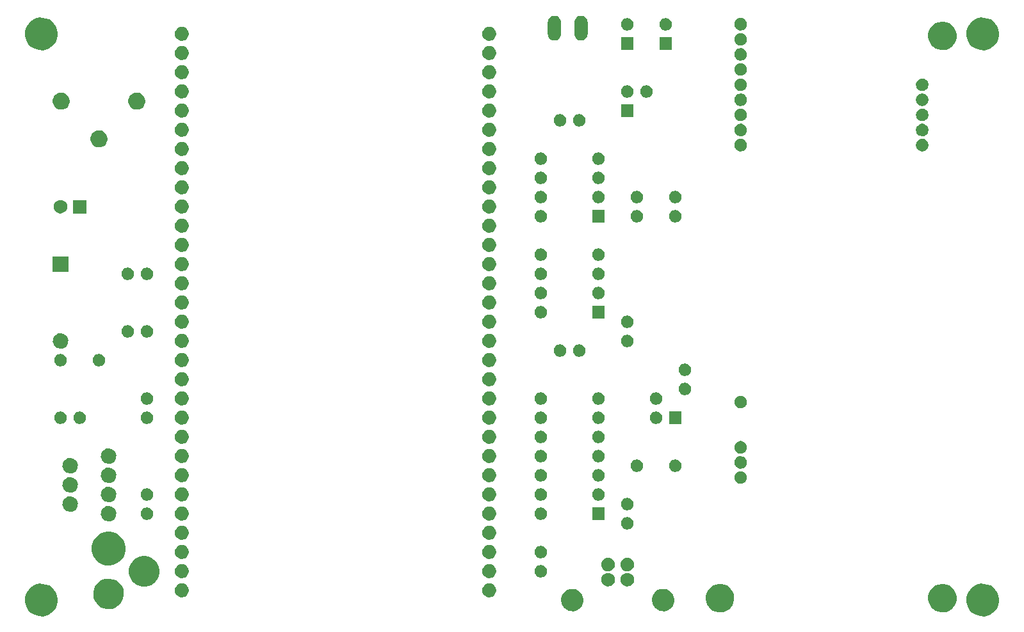
<source format=gbs>
G04 (created by PCBNEW (2013-07-07 BZR 4022)-stable) date 12/20/2013 10:24:56 AM*
%MOIN*%
G04 Gerber Fmt 3.4, Leading zero omitted, Abs format*
%FSLAX34Y34*%
G01*
G70*
G90*
G04 APERTURE LIST*
%ADD10C,0.00590551*%
G04 APERTURE END LIST*
G54D10*
G36*
X30850Y-24418D02*
X30847Y-24605D01*
X30810Y-24771D01*
X30743Y-24920D01*
X30645Y-25059D01*
X30527Y-25172D01*
X30383Y-25263D01*
X30231Y-25322D01*
X30063Y-25351D01*
X29900Y-25348D01*
X29734Y-25311D01*
X29584Y-25246D01*
X29444Y-25149D01*
X29331Y-25032D01*
X29239Y-24888D01*
X29179Y-24737D01*
X29148Y-24569D01*
X29150Y-24406D01*
X29186Y-24239D01*
X29250Y-24090D01*
X29346Y-23949D01*
X29462Y-23835D01*
X29606Y-23741D01*
X29756Y-23681D01*
X29924Y-23648D01*
X30087Y-23650D01*
X30254Y-23684D01*
X30404Y-23747D01*
X30546Y-23843D01*
X30660Y-23958D01*
X30755Y-24101D01*
X30817Y-24250D01*
X30850Y-24418D01*
X30850Y-24418D01*
G37*
G36*
X30850Y-53918D02*
X30847Y-54105D01*
X30810Y-54271D01*
X30743Y-54420D01*
X30645Y-54559D01*
X30527Y-54672D01*
X30383Y-54763D01*
X30231Y-54822D01*
X30063Y-54851D01*
X29900Y-54848D01*
X29734Y-54811D01*
X29584Y-54746D01*
X29444Y-54649D01*
X29331Y-54532D01*
X29239Y-54388D01*
X29179Y-54237D01*
X29148Y-54069D01*
X29150Y-53906D01*
X29186Y-53739D01*
X29250Y-53590D01*
X29346Y-53449D01*
X29462Y-53335D01*
X29606Y-53241D01*
X29756Y-53181D01*
X29924Y-53148D01*
X30087Y-53150D01*
X30254Y-53184D01*
X30404Y-53247D01*
X30546Y-53343D01*
X30660Y-53458D01*
X30755Y-53601D01*
X30817Y-53750D01*
X30850Y-53918D01*
X30850Y-53918D01*
G37*
G36*
X31325Y-41469D02*
X31324Y-41539D01*
X31309Y-41604D01*
X31285Y-41659D01*
X31246Y-41714D01*
X31202Y-41756D01*
X31145Y-41792D01*
X31089Y-41814D01*
X31023Y-41825D01*
X30963Y-41824D01*
X30897Y-41810D01*
X30842Y-41786D01*
X30786Y-41747D01*
X30745Y-41704D01*
X30708Y-41647D01*
X30686Y-41592D01*
X30674Y-41525D01*
X30675Y-41465D01*
X30689Y-41399D01*
X30712Y-41344D01*
X30751Y-41288D01*
X30793Y-41246D01*
X30850Y-41209D01*
X30905Y-41187D01*
X30972Y-41174D01*
X31031Y-41174D01*
X31098Y-41188D01*
X31153Y-41211D01*
X31210Y-41249D01*
X31251Y-41291D01*
X31289Y-41348D01*
X31312Y-41403D01*
X31325Y-41469D01*
X31325Y-41469D01*
G37*
G36*
X31325Y-44469D02*
X31324Y-44539D01*
X31309Y-44604D01*
X31285Y-44659D01*
X31246Y-44714D01*
X31202Y-44756D01*
X31145Y-44792D01*
X31089Y-44814D01*
X31023Y-44825D01*
X30963Y-44824D01*
X30897Y-44810D01*
X30842Y-44786D01*
X30786Y-44747D01*
X30745Y-44704D01*
X30708Y-44647D01*
X30686Y-44592D01*
X30674Y-44525D01*
X30675Y-44465D01*
X30689Y-44399D01*
X30712Y-44344D01*
X30751Y-44288D01*
X30793Y-44246D01*
X30850Y-44209D01*
X30905Y-44187D01*
X30972Y-44174D01*
X31031Y-44174D01*
X31098Y-44188D01*
X31153Y-44211D01*
X31210Y-44249D01*
X31251Y-44291D01*
X31289Y-44348D01*
X31312Y-44403D01*
X31325Y-44469D01*
X31325Y-44469D01*
G37*
G36*
X31350Y-33467D02*
X31349Y-33542D01*
X31333Y-33612D01*
X31306Y-33672D01*
X31265Y-33731D01*
X31218Y-33776D01*
X31156Y-33814D01*
X31096Y-33838D01*
X31025Y-33851D01*
X30960Y-33849D01*
X30889Y-33834D01*
X30830Y-33808D01*
X30770Y-33766D01*
X30725Y-33720D01*
X30686Y-33659D01*
X30662Y-33598D01*
X30649Y-33527D01*
X30650Y-33462D01*
X30665Y-33391D01*
X30690Y-33332D01*
X30731Y-33272D01*
X30777Y-33227D01*
X30838Y-33187D01*
X30898Y-33163D01*
X30970Y-33149D01*
X31034Y-33149D01*
X31106Y-33164D01*
X31165Y-33189D01*
X31226Y-33230D01*
X31271Y-33275D01*
X31311Y-33336D01*
X31336Y-33395D01*
X31350Y-33467D01*
X31350Y-33467D01*
G37*
G36*
X31400Y-40462D02*
X31399Y-40548D01*
X31380Y-40628D01*
X31350Y-40697D01*
X31303Y-40764D01*
X31249Y-40815D01*
X31179Y-40859D01*
X31109Y-40886D01*
X31028Y-40901D01*
X30954Y-40899D01*
X30873Y-40881D01*
X30805Y-40852D01*
X30737Y-40804D01*
X30686Y-40751D01*
X30641Y-40681D01*
X30614Y-40612D01*
X30599Y-40531D01*
X30600Y-40457D01*
X30617Y-40376D01*
X30646Y-40308D01*
X30693Y-40239D01*
X30746Y-40187D01*
X30815Y-40142D01*
X30884Y-40114D01*
X30965Y-40099D01*
X31039Y-40099D01*
X31121Y-40116D01*
X31189Y-40145D01*
X31258Y-40191D01*
X31310Y-40243D01*
X31356Y-40313D01*
X31384Y-40381D01*
X31400Y-40462D01*
X31400Y-40462D01*
G37*
G36*
X31400Y-36900D02*
X30599Y-36900D01*
X30599Y-36099D01*
X31400Y-36099D01*
X31400Y-36900D01*
X31400Y-36900D01*
G37*
G36*
X31475Y-27957D02*
X31473Y-28053D01*
X31453Y-28141D01*
X31419Y-28218D01*
X31367Y-28292D01*
X31307Y-28349D01*
X31230Y-28398D01*
X31152Y-28428D01*
X31063Y-28444D01*
X30980Y-28442D01*
X30891Y-28422D01*
X30815Y-28389D01*
X30740Y-28337D01*
X30682Y-28278D01*
X30633Y-28201D01*
X30602Y-28124D01*
X30586Y-28034D01*
X30587Y-27951D01*
X30606Y-27862D01*
X30639Y-27786D01*
X30690Y-27710D01*
X30749Y-27653D01*
X30826Y-27603D01*
X30903Y-27572D01*
X30993Y-27554D01*
X31075Y-27555D01*
X31165Y-27573D01*
X31241Y-27605D01*
X31317Y-27657D01*
X31375Y-27715D01*
X31426Y-27792D01*
X31457Y-27868D01*
X31475Y-27957D01*
X31475Y-27957D01*
G37*
G36*
X31900Y-46962D02*
X31899Y-47048D01*
X31880Y-47128D01*
X31850Y-47197D01*
X31803Y-47264D01*
X31749Y-47315D01*
X31679Y-47359D01*
X31609Y-47386D01*
X31528Y-47401D01*
X31454Y-47399D01*
X31373Y-47381D01*
X31305Y-47352D01*
X31237Y-47304D01*
X31186Y-47251D01*
X31141Y-47181D01*
X31114Y-47112D01*
X31099Y-47031D01*
X31100Y-46957D01*
X31117Y-46876D01*
X31146Y-46808D01*
X31193Y-46739D01*
X31246Y-46687D01*
X31315Y-46642D01*
X31384Y-46614D01*
X31465Y-46599D01*
X31539Y-46599D01*
X31621Y-46616D01*
X31689Y-46645D01*
X31758Y-46691D01*
X31810Y-46743D01*
X31856Y-46813D01*
X31884Y-46881D01*
X31900Y-46962D01*
X31900Y-46962D01*
G37*
G36*
X31900Y-47962D02*
X31899Y-48048D01*
X31880Y-48128D01*
X31850Y-48197D01*
X31803Y-48264D01*
X31749Y-48315D01*
X31679Y-48359D01*
X31609Y-48386D01*
X31528Y-48401D01*
X31454Y-48399D01*
X31373Y-48381D01*
X31305Y-48352D01*
X31237Y-48304D01*
X31186Y-48251D01*
X31141Y-48181D01*
X31114Y-48112D01*
X31099Y-48031D01*
X31100Y-47957D01*
X31117Y-47876D01*
X31146Y-47808D01*
X31193Y-47739D01*
X31246Y-47687D01*
X31315Y-47642D01*
X31384Y-47614D01*
X31465Y-47599D01*
X31539Y-47599D01*
X31621Y-47616D01*
X31689Y-47645D01*
X31758Y-47691D01*
X31810Y-47743D01*
X31856Y-47813D01*
X31884Y-47881D01*
X31900Y-47962D01*
X31900Y-47962D01*
G37*
G36*
X31900Y-48962D02*
X31899Y-49048D01*
X31880Y-49128D01*
X31850Y-49197D01*
X31803Y-49264D01*
X31749Y-49315D01*
X31679Y-49359D01*
X31609Y-49386D01*
X31528Y-49401D01*
X31454Y-49399D01*
X31373Y-49381D01*
X31305Y-49352D01*
X31237Y-49304D01*
X31186Y-49251D01*
X31141Y-49181D01*
X31114Y-49112D01*
X31099Y-49031D01*
X31100Y-48957D01*
X31117Y-48876D01*
X31146Y-48808D01*
X31193Y-48739D01*
X31246Y-48687D01*
X31315Y-48642D01*
X31384Y-48614D01*
X31465Y-48599D01*
X31539Y-48599D01*
X31621Y-48616D01*
X31689Y-48645D01*
X31758Y-48691D01*
X31810Y-48743D01*
X31856Y-48813D01*
X31884Y-48881D01*
X31900Y-48962D01*
X31900Y-48962D01*
G37*
G36*
X32325Y-44469D02*
X32324Y-44539D01*
X32309Y-44604D01*
X32285Y-44659D01*
X32246Y-44714D01*
X32202Y-44756D01*
X32145Y-44792D01*
X32089Y-44814D01*
X32023Y-44825D01*
X31963Y-44824D01*
X31897Y-44810D01*
X31842Y-44786D01*
X31786Y-44747D01*
X31745Y-44704D01*
X31708Y-44647D01*
X31686Y-44592D01*
X31674Y-44525D01*
X31675Y-44465D01*
X31689Y-44399D01*
X31712Y-44344D01*
X31751Y-44288D01*
X31793Y-44246D01*
X31850Y-44209D01*
X31905Y-44187D01*
X31972Y-44174D01*
X32031Y-44174D01*
X32098Y-44188D01*
X32153Y-44211D01*
X32210Y-44249D01*
X32251Y-44291D01*
X32289Y-44348D01*
X32312Y-44403D01*
X32325Y-44469D01*
X32325Y-44469D01*
G37*
G36*
X32350Y-33850D02*
X31649Y-33850D01*
X31649Y-33149D01*
X32350Y-33149D01*
X32350Y-33850D01*
X32350Y-33850D01*
G37*
G36*
X33325Y-41469D02*
X33324Y-41539D01*
X33309Y-41604D01*
X33285Y-41659D01*
X33246Y-41714D01*
X33202Y-41756D01*
X33145Y-41792D01*
X33089Y-41814D01*
X33023Y-41825D01*
X32963Y-41824D01*
X32897Y-41810D01*
X32842Y-41786D01*
X32786Y-41747D01*
X32745Y-41704D01*
X32708Y-41647D01*
X32686Y-41592D01*
X32674Y-41525D01*
X32675Y-41465D01*
X32689Y-41399D01*
X32712Y-41344D01*
X32751Y-41288D01*
X32793Y-41246D01*
X32850Y-41209D01*
X32905Y-41187D01*
X32972Y-41174D01*
X33031Y-41174D01*
X33098Y-41188D01*
X33153Y-41211D01*
X33210Y-41249D01*
X33251Y-41291D01*
X33289Y-41348D01*
X33312Y-41403D01*
X33325Y-41469D01*
X33325Y-41469D01*
G37*
G36*
X33443Y-29926D02*
X33442Y-30022D01*
X33422Y-30110D01*
X33388Y-30186D01*
X33336Y-30260D01*
X33275Y-30318D01*
X33199Y-30366D01*
X33121Y-30396D01*
X33031Y-30412D01*
X32948Y-30411D01*
X32859Y-30391D01*
X32783Y-30358D01*
X32709Y-30306D01*
X32651Y-30246D01*
X32602Y-30169D01*
X32571Y-30092D01*
X32555Y-30003D01*
X32556Y-29920D01*
X32575Y-29830D01*
X32607Y-29754D01*
X32659Y-29679D01*
X32718Y-29621D01*
X32795Y-29571D01*
X32871Y-29540D01*
X32961Y-29523D01*
X33044Y-29524D01*
X33133Y-29542D01*
X33209Y-29574D01*
X33285Y-29625D01*
X33343Y-29684D01*
X33394Y-29760D01*
X33426Y-29836D01*
X33443Y-29926D01*
X33443Y-29926D01*
G37*
G36*
X33900Y-46462D02*
X33899Y-46548D01*
X33880Y-46628D01*
X33850Y-46697D01*
X33803Y-46764D01*
X33749Y-46815D01*
X33679Y-46859D01*
X33609Y-46886D01*
X33528Y-46901D01*
X33454Y-46899D01*
X33373Y-46881D01*
X33305Y-46852D01*
X33237Y-46804D01*
X33186Y-46751D01*
X33141Y-46681D01*
X33114Y-46612D01*
X33099Y-46531D01*
X33100Y-46457D01*
X33117Y-46376D01*
X33146Y-46308D01*
X33193Y-46239D01*
X33246Y-46187D01*
X33315Y-46142D01*
X33384Y-46114D01*
X33465Y-46099D01*
X33539Y-46099D01*
X33621Y-46116D01*
X33689Y-46145D01*
X33758Y-46191D01*
X33810Y-46243D01*
X33856Y-46313D01*
X33884Y-46381D01*
X33900Y-46462D01*
X33900Y-46462D01*
G37*
G36*
X33900Y-47462D02*
X33899Y-47548D01*
X33880Y-47628D01*
X33850Y-47697D01*
X33803Y-47764D01*
X33749Y-47815D01*
X33679Y-47859D01*
X33609Y-47886D01*
X33528Y-47901D01*
X33454Y-47899D01*
X33373Y-47881D01*
X33305Y-47852D01*
X33237Y-47804D01*
X33186Y-47751D01*
X33141Y-47681D01*
X33114Y-47612D01*
X33099Y-47531D01*
X33100Y-47457D01*
X33117Y-47376D01*
X33146Y-47308D01*
X33193Y-47239D01*
X33246Y-47187D01*
X33315Y-47142D01*
X33384Y-47114D01*
X33465Y-47099D01*
X33539Y-47099D01*
X33621Y-47116D01*
X33689Y-47145D01*
X33758Y-47191D01*
X33810Y-47243D01*
X33856Y-47313D01*
X33884Y-47381D01*
X33900Y-47462D01*
X33900Y-47462D01*
G37*
G36*
X33900Y-48462D02*
X33899Y-48548D01*
X33880Y-48628D01*
X33850Y-48697D01*
X33803Y-48764D01*
X33749Y-48815D01*
X33679Y-48859D01*
X33609Y-48886D01*
X33528Y-48901D01*
X33454Y-48899D01*
X33373Y-48881D01*
X33305Y-48852D01*
X33237Y-48804D01*
X33186Y-48751D01*
X33141Y-48681D01*
X33114Y-48612D01*
X33099Y-48531D01*
X33100Y-48457D01*
X33117Y-48376D01*
X33146Y-48308D01*
X33193Y-48239D01*
X33246Y-48187D01*
X33315Y-48142D01*
X33384Y-48114D01*
X33465Y-48099D01*
X33539Y-48099D01*
X33621Y-48116D01*
X33689Y-48145D01*
X33758Y-48191D01*
X33810Y-48243D01*
X33856Y-48313D01*
X33884Y-48381D01*
X33900Y-48462D01*
X33900Y-48462D01*
G37*
G36*
X33900Y-49462D02*
X33899Y-49548D01*
X33880Y-49628D01*
X33850Y-49697D01*
X33803Y-49764D01*
X33749Y-49815D01*
X33679Y-49859D01*
X33609Y-49886D01*
X33528Y-49901D01*
X33454Y-49899D01*
X33373Y-49881D01*
X33305Y-49852D01*
X33237Y-49804D01*
X33186Y-49751D01*
X33141Y-49681D01*
X33114Y-49612D01*
X33099Y-49531D01*
X33100Y-49457D01*
X33117Y-49376D01*
X33146Y-49308D01*
X33193Y-49239D01*
X33246Y-49187D01*
X33315Y-49142D01*
X33384Y-49114D01*
X33465Y-49099D01*
X33539Y-49099D01*
X33621Y-49116D01*
X33689Y-49145D01*
X33758Y-49191D01*
X33810Y-49243D01*
X33856Y-49313D01*
X33884Y-49381D01*
X33900Y-49462D01*
X33900Y-49462D01*
G37*
G36*
X34298Y-53604D02*
X34295Y-53779D01*
X34260Y-53935D01*
X34198Y-54075D01*
X34105Y-54206D01*
X33995Y-54312D01*
X33859Y-54397D01*
X33717Y-54453D01*
X33559Y-54480D01*
X33406Y-54477D01*
X33250Y-54443D01*
X33110Y-54382D01*
X32978Y-54290D01*
X32872Y-54180D01*
X32785Y-54045D01*
X32729Y-53904D01*
X32700Y-53746D01*
X32702Y-53593D01*
X32736Y-53436D01*
X32796Y-53296D01*
X32886Y-53163D01*
X32995Y-53057D01*
X33130Y-52969D01*
X33271Y-52912D01*
X33429Y-52882D01*
X33581Y-52883D01*
X33739Y-52915D01*
X33879Y-52974D01*
X34013Y-53064D01*
X34120Y-53172D01*
X34209Y-53306D01*
X34267Y-53446D01*
X34298Y-53604D01*
X34298Y-53604D01*
G37*
G36*
X34377Y-51234D02*
X34374Y-51427D01*
X34335Y-51598D01*
X34267Y-51752D01*
X34165Y-51896D01*
X34043Y-52012D01*
X33895Y-52106D01*
X33738Y-52167D01*
X33565Y-52197D01*
X33397Y-52194D01*
X33225Y-52156D01*
X33071Y-52089D01*
X32927Y-51988D01*
X32810Y-51867D01*
X32715Y-51719D01*
X32653Y-51563D01*
X32621Y-51390D01*
X32624Y-51222D01*
X32660Y-51050D01*
X32726Y-50896D01*
X32826Y-50750D01*
X32946Y-50633D01*
X33093Y-50536D01*
X33249Y-50474D01*
X33422Y-50441D01*
X33589Y-50442D01*
X33762Y-50477D01*
X33917Y-50542D01*
X34063Y-50641D01*
X34181Y-50760D01*
X34279Y-50907D01*
X34342Y-51061D01*
X34377Y-51234D01*
X34377Y-51234D01*
G37*
G36*
X34825Y-36969D02*
X34824Y-37039D01*
X34809Y-37104D01*
X34785Y-37159D01*
X34746Y-37214D01*
X34702Y-37256D01*
X34645Y-37292D01*
X34589Y-37314D01*
X34523Y-37325D01*
X34463Y-37324D01*
X34397Y-37310D01*
X34342Y-37286D01*
X34286Y-37247D01*
X34245Y-37204D01*
X34208Y-37147D01*
X34186Y-37092D01*
X34174Y-37025D01*
X34175Y-36965D01*
X34189Y-36899D01*
X34212Y-36844D01*
X34251Y-36788D01*
X34293Y-36746D01*
X34350Y-36709D01*
X34405Y-36687D01*
X34472Y-36674D01*
X34531Y-36674D01*
X34598Y-36688D01*
X34653Y-36711D01*
X34710Y-36749D01*
X34751Y-36791D01*
X34789Y-36848D01*
X34812Y-36903D01*
X34825Y-36969D01*
X34825Y-36969D01*
G37*
G36*
X34825Y-39969D02*
X34824Y-40039D01*
X34809Y-40104D01*
X34785Y-40159D01*
X34746Y-40214D01*
X34702Y-40256D01*
X34645Y-40292D01*
X34589Y-40314D01*
X34523Y-40325D01*
X34463Y-40324D01*
X34397Y-40310D01*
X34342Y-40286D01*
X34286Y-40247D01*
X34245Y-40204D01*
X34208Y-40147D01*
X34186Y-40092D01*
X34174Y-40025D01*
X34175Y-39965D01*
X34189Y-39899D01*
X34212Y-39844D01*
X34251Y-39788D01*
X34293Y-39746D01*
X34350Y-39709D01*
X34405Y-39687D01*
X34472Y-39674D01*
X34531Y-39674D01*
X34598Y-39688D01*
X34653Y-39711D01*
X34710Y-39749D01*
X34751Y-39791D01*
X34789Y-39848D01*
X34812Y-39903D01*
X34825Y-39969D01*
X34825Y-39969D01*
G37*
G36*
X35412Y-27957D02*
X35410Y-28053D01*
X35390Y-28141D01*
X35356Y-28218D01*
X35304Y-28292D01*
X35244Y-28349D01*
X35167Y-28398D01*
X35089Y-28428D01*
X35000Y-28444D01*
X34917Y-28442D01*
X34828Y-28422D01*
X34752Y-28389D01*
X34677Y-28337D01*
X34619Y-28278D01*
X34570Y-28201D01*
X34539Y-28124D01*
X34523Y-28034D01*
X34524Y-27951D01*
X34543Y-27862D01*
X34576Y-27786D01*
X34627Y-27710D01*
X34686Y-27653D01*
X34763Y-27603D01*
X34840Y-27572D01*
X34930Y-27554D01*
X35012Y-27555D01*
X35102Y-27573D01*
X35178Y-27605D01*
X35254Y-27657D01*
X35312Y-27715D01*
X35363Y-27792D01*
X35394Y-27868D01*
X35412Y-27957D01*
X35412Y-27957D01*
G37*
G36*
X35825Y-36969D02*
X35824Y-37039D01*
X35809Y-37104D01*
X35785Y-37159D01*
X35746Y-37214D01*
X35702Y-37256D01*
X35645Y-37292D01*
X35589Y-37314D01*
X35523Y-37325D01*
X35463Y-37324D01*
X35397Y-37310D01*
X35342Y-37286D01*
X35286Y-37247D01*
X35245Y-37204D01*
X35208Y-37147D01*
X35186Y-37092D01*
X35174Y-37025D01*
X35175Y-36965D01*
X35189Y-36899D01*
X35212Y-36844D01*
X35251Y-36788D01*
X35293Y-36746D01*
X35350Y-36709D01*
X35405Y-36687D01*
X35472Y-36674D01*
X35531Y-36674D01*
X35598Y-36688D01*
X35653Y-36711D01*
X35710Y-36749D01*
X35751Y-36791D01*
X35789Y-36848D01*
X35812Y-36903D01*
X35825Y-36969D01*
X35825Y-36969D01*
G37*
G36*
X35825Y-39969D02*
X35824Y-40039D01*
X35809Y-40104D01*
X35785Y-40159D01*
X35746Y-40214D01*
X35702Y-40256D01*
X35645Y-40292D01*
X35589Y-40314D01*
X35523Y-40325D01*
X35463Y-40324D01*
X35397Y-40310D01*
X35342Y-40286D01*
X35286Y-40247D01*
X35245Y-40204D01*
X35208Y-40147D01*
X35186Y-40092D01*
X35174Y-40025D01*
X35175Y-39965D01*
X35189Y-39899D01*
X35212Y-39844D01*
X35251Y-39788D01*
X35293Y-39746D01*
X35350Y-39709D01*
X35405Y-39687D01*
X35472Y-39674D01*
X35531Y-39674D01*
X35598Y-39688D01*
X35653Y-39711D01*
X35710Y-39749D01*
X35751Y-39791D01*
X35789Y-39848D01*
X35812Y-39903D01*
X35825Y-39969D01*
X35825Y-39969D01*
G37*
G36*
X35825Y-43469D02*
X35824Y-43539D01*
X35809Y-43604D01*
X35785Y-43659D01*
X35746Y-43714D01*
X35702Y-43756D01*
X35645Y-43792D01*
X35589Y-43814D01*
X35523Y-43825D01*
X35463Y-43824D01*
X35397Y-43810D01*
X35342Y-43786D01*
X35286Y-43747D01*
X35245Y-43704D01*
X35208Y-43647D01*
X35186Y-43592D01*
X35174Y-43525D01*
X35175Y-43465D01*
X35189Y-43399D01*
X35212Y-43344D01*
X35251Y-43288D01*
X35293Y-43246D01*
X35350Y-43209D01*
X35405Y-43187D01*
X35472Y-43174D01*
X35531Y-43174D01*
X35598Y-43188D01*
X35653Y-43211D01*
X35710Y-43249D01*
X35751Y-43291D01*
X35789Y-43348D01*
X35812Y-43403D01*
X35825Y-43469D01*
X35825Y-43469D01*
G37*
G36*
X35825Y-44469D02*
X35824Y-44539D01*
X35809Y-44604D01*
X35785Y-44659D01*
X35746Y-44714D01*
X35702Y-44756D01*
X35645Y-44792D01*
X35589Y-44814D01*
X35523Y-44825D01*
X35463Y-44824D01*
X35397Y-44810D01*
X35342Y-44786D01*
X35286Y-44747D01*
X35245Y-44704D01*
X35208Y-44647D01*
X35186Y-44592D01*
X35174Y-44525D01*
X35175Y-44465D01*
X35189Y-44399D01*
X35212Y-44344D01*
X35251Y-44288D01*
X35293Y-44246D01*
X35350Y-44209D01*
X35405Y-44187D01*
X35472Y-44174D01*
X35531Y-44174D01*
X35598Y-44188D01*
X35653Y-44211D01*
X35710Y-44249D01*
X35751Y-44291D01*
X35789Y-44348D01*
X35812Y-44403D01*
X35825Y-44469D01*
X35825Y-44469D01*
G37*
G36*
X35825Y-48469D02*
X35824Y-48539D01*
X35809Y-48604D01*
X35785Y-48659D01*
X35746Y-48714D01*
X35702Y-48756D01*
X35645Y-48792D01*
X35589Y-48814D01*
X35523Y-48825D01*
X35463Y-48824D01*
X35397Y-48810D01*
X35342Y-48786D01*
X35286Y-48747D01*
X35245Y-48704D01*
X35208Y-48647D01*
X35186Y-48592D01*
X35174Y-48525D01*
X35175Y-48465D01*
X35189Y-48399D01*
X35212Y-48344D01*
X35251Y-48288D01*
X35293Y-48246D01*
X35350Y-48209D01*
X35405Y-48187D01*
X35472Y-48174D01*
X35531Y-48174D01*
X35598Y-48188D01*
X35653Y-48211D01*
X35710Y-48249D01*
X35751Y-48291D01*
X35789Y-48348D01*
X35812Y-48403D01*
X35825Y-48469D01*
X35825Y-48469D01*
G37*
G36*
X35825Y-49469D02*
X35824Y-49539D01*
X35809Y-49604D01*
X35785Y-49659D01*
X35746Y-49714D01*
X35702Y-49756D01*
X35645Y-49792D01*
X35589Y-49814D01*
X35523Y-49825D01*
X35463Y-49824D01*
X35397Y-49810D01*
X35342Y-49786D01*
X35286Y-49747D01*
X35245Y-49704D01*
X35208Y-49647D01*
X35186Y-49592D01*
X35174Y-49525D01*
X35175Y-49465D01*
X35189Y-49399D01*
X35212Y-49344D01*
X35251Y-49288D01*
X35293Y-49246D01*
X35350Y-49209D01*
X35405Y-49187D01*
X35472Y-49174D01*
X35531Y-49174D01*
X35598Y-49188D01*
X35653Y-49211D01*
X35710Y-49249D01*
X35751Y-49291D01*
X35789Y-49348D01*
X35812Y-49403D01*
X35825Y-49469D01*
X35825Y-49469D01*
G37*
G36*
X36148Y-52423D02*
X36146Y-52598D01*
X36110Y-52754D01*
X36048Y-52894D01*
X35956Y-53025D01*
X35845Y-53130D01*
X35710Y-53216D01*
X35567Y-53272D01*
X35409Y-53299D01*
X35257Y-53296D01*
X35100Y-53262D01*
X34960Y-53201D01*
X34828Y-53109D01*
X34723Y-52999D01*
X34636Y-52864D01*
X34579Y-52723D01*
X34550Y-52565D01*
X34553Y-52412D01*
X34586Y-52255D01*
X34646Y-52115D01*
X34737Y-51982D01*
X34846Y-51876D01*
X34980Y-51788D01*
X35121Y-51731D01*
X35279Y-51700D01*
X35431Y-51702D01*
X35589Y-51734D01*
X35729Y-51793D01*
X35863Y-51883D01*
X35970Y-51991D01*
X36059Y-52125D01*
X36117Y-52265D01*
X36148Y-52423D01*
X36148Y-52423D01*
G37*
G36*
X37675Y-24457D02*
X37674Y-24535D01*
X37657Y-24608D01*
X37630Y-24669D01*
X37587Y-24730D01*
X37538Y-24777D01*
X37475Y-24817D01*
X37412Y-24841D01*
X37338Y-24854D01*
X37271Y-24853D01*
X37198Y-24837D01*
X37136Y-24810D01*
X37074Y-24767D01*
X37028Y-24719D01*
X36987Y-24656D01*
X36962Y-24593D01*
X36949Y-24519D01*
X36950Y-24452D01*
X36965Y-24379D01*
X36992Y-24317D01*
X37034Y-24255D01*
X37082Y-24208D01*
X37145Y-24167D01*
X37207Y-24142D01*
X37281Y-24128D01*
X37348Y-24128D01*
X37422Y-24143D01*
X37483Y-24169D01*
X37546Y-24212D01*
X37593Y-24259D01*
X37635Y-24322D01*
X37660Y-24383D01*
X37675Y-24457D01*
X37675Y-24457D01*
G37*
G36*
X37675Y-25457D02*
X37674Y-25535D01*
X37657Y-25608D01*
X37630Y-25669D01*
X37587Y-25730D01*
X37538Y-25777D01*
X37475Y-25817D01*
X37412Y-25841D01*
X37338Y-25854D01*
X37271Y-25853D01*
X37198Y-25837D01*
X37136Y-25810D01*
X37074Y-25767D01*
X37028Y-25719D01*
X36987Y-25656D01*
X36962Y-25593D01*
X36949Y-25519D01*
X36950Y-25452D01*
X36965Y-25379D01*
X36992Y-25317D01*
X37034Y-25255D01*
X37082Y-25208D01*
X37145Y-25167D01*
X37207Y-25142D01*
X37281Y-25128D01*
X37348Y-25128D01*
X37422Y-25143D01*
X37483Y-25169D01*
X37546Y-25212D01*
X37593Y-25259D01*
X37635Y-25322D01*
X37660Y-25383D01*
X37675Y-25457D01*
X37675Y-25457D01*
G37*
G36*
X37675Y-26457D02*
X37674Y-26535D01*
X37657Y-26608D01*
X37630Y-26669D01*
X37587Y-26730D01*
X37538Y-26777D01*
X37475Y-26817D01*
X37412Y-26841D01*
X37338Y-26854D01*
X37271Y-26853D01*
X37198Y-26837D01*
X37136Y-26810D01*
X37074Y-26767D01*
X37028Y-26719D01*
X36987Y-26656D01*
X36962Y-26593D01*
X36949Y-26519D01*
X36950Y-26452D01*
X36965Y-26379D01*
X36992Y-26317D01*
X37034Y-26255D01*
X37082Y-26208D01*
X37145Y-26167D01*
X37207Y-26142D01*
X37281Y-26128D01*
X37348Y-26128D01*
X37422Y-26143D01*
X37483Y-26169D01*
X37546Y-26212D01*
X37593Y-26259D01*
X37635Y-26322D01*
X37660Y-26383D01*
X37675Y-26457D01*
X37675Y-26457D01*
G37*
G36*
X37675Y-27457D02*
X37674Y-27535D01*
X37657Y-27608D01*
X37630Y-27669D01*
X37587Y-27730D01*
X37538Y-27777D01*
X37475Y-27817D01*
X37412Y-27841D01*
X37338Y-27854D01*
X37271Y-27853D01*
X37198Y-27837D01*
X37136Y-27810D01*
X37074Y-27767D01*
X37028Y-27719D01*
X36987Y-27656D01*
X36962Y-27593D01*
X36949Y-27519D01*
X36950Y-27452D01*
X36965Y-27379D01*
X36992Y-27317D01*
X37034Y-27255D01*
X37082Y-27208D01*
X37145Y-27167D01*
X37207Y-27142D01*
X37281Y-27128D01*
X37348Y-27128D01*
X37422Y-27143D01*
X37483Y-27169D01*
X37546Y-27212D01*
X37593Y-27259D01*
X37635Y-27322D01*
X37660Y-27383D01*
X37675Y-27457D01*
X37675Y-27457D01*
G37*
G36*
X37675Y-28457D02*
X37674Y-28535D01*
X37657Y-28608D01*
X37630Y-28669D01*
X37587Y-28730D01*
X37538Y-28777D01*
X37475Y-28817D01*
X37412Y-28841D01*
X37338Y-28854D01*
X37271Y-28853D01*
X37198Y-28837D01*
X37136Y-28810D01*
X37074Y-28767D01*
X37028Y-28719D01*
X36987Y-28656D01*
X36962Y-28593D01*
X36949Y-28519D01*
X36950Y-28452D01*
X36965Y-28379D01*
X36992Y-28317D01*
X37034Y-28255D01*
X37082Y-28208D01*
X37145Y-28167D01*
X37207Y-28142D01*
X37281Y-28128D01*
X37348Y-28128D01*
X37422Y-28143D01*
X37483Y-28169D01*
X37546Y-28212D01*
X37593Y-28259D01*
X37635Y-28322D01*
X37660Y-28383D01*
X37675Y-28457D01*
X37675Y-28457D01*
G37*
G36*
X37675Y-29457D02*
X37674Y-29535D01*
X37657Y-29608D01*
X37630Y-29669D01*
X37587Y-29730D01*
X37538Y-29777D01*
X37475Y-29817D01*
X37412Y-29841D01*
X37338Y-29854D01*
X37271Y-29853D01*
X37198Y-29837D01*
X37136Y-29810D01*
X37074Y-29767D01*
X37028Y-29719D01*
X36987Y-29656D01*
X36962Y-29593D01*
X36949Y-29519D01*
X36950Y-29452D01*
X36965Y-29379D01*
X36992Y-29317D01*
X37034Y-29255D01*
X37082Y-29208D01*
X37145Y-29167D01*
X37207Y-29142D01*
X37281Y-29128D01*
X37348Y-29128D01*
X37422Y-29143D01*
X37483Y-29169D01*
X37546Y-29212D01*
X37593Y-29259D01*
X37635Y-29322D01*
X37660Y-29383D01*
X37675Y-29457D01*
X37675Y-29457D01*
G37*
G36*
X37675Y-30457D02*
X37674Y-30535D01*
X37657Y-30608D01*
X37630Y-30669D01*
X37587Y-30730D01*
X37538Y-30777D01*
X37475Y-30817D01*
X37412Y-30841D01*
X37338Y-30854D01*
X37271Y-30853D01*
X37198Y-30837D01*
X37136Y-30810D01*
X37074Y-30767D01*
X37028Y-30719D01*
X36987Y-30656D01*
X36962Y-30593D01*
X36949Y-30519D01*
X36950Y-30452D01*
X36965Y-30379D01*
X36992Y-30317D01*
X37034Y-30255D01*
X37082Y-30208D01*
X37145Y-30167D01*
X37207Y-30142D01*
X37281Y-30128D01*
X37348Y-30128D01*
X37422Y-30143D01*
X37483Y-30169D01*
X37546Y-30212D01*
X37593Y-30259D01*
X37635Y-30322D01*
X37660Y-30383D01*
X37675Y-30457D01*
X37675Y-30457D01*
G37*
G36*
X37675Y-31457D02*
X37674Y-31535D01*
X37657Y-31608D01*
X37630Y-31669D01*
X37587Y-31730D01*
X37538Y-31777D01*
X37475Y-31817D01*
X37412Y-31841D01*
X37338Y-31854D01*
X37271Y-31853D01*
X37198Y-31837D01*
X37136Y-31810D01*
X37074Y-31767D01*
X37028Y-31719D01*
X36987Y-31656D01*
X36962Y-31593D01*
X36949Y-31519D01*
X36950Y-31452D01*
X36965Y-31379D01*
X36992Y-31317D01*
X37034Y-31255D01*
X37082Y-31208D01*
X37145Y-31167D01*
X37207Y-31142D01*
X37281Y-31128D01*
X37348Y-31128D01*
X37422Y-31143D01*
X37483Y-31169D01*
X37546Y-31212D01*
X37593Y-31259D01*
X37635Y-31322D01*
X37660Y-31383D01*
X37675Y-31457D01*
X37675Y-31457D01*
G37*
G36*
X37675Y-32457D02*
X37674Y-32535D01*
X37657Y-32608D01*
X37630Y-32669D01*
X37587Y-32730D01*
X37538Y-32777D01*
X37475Y-32817D01*
X37412Y-32841D01*
X37338Y-32854D01*
X37271Y-32853D01*
X37198Y-32837D01*
X37136Y-32810D01*
X37074Y-32767D01*
X37028Y-32719D01*
X36987Y-32656D01*
X36962Y-32593D01*
X36949Y-32519D01*
X36950Y-32452D01*
X36965Y-32379D01*
X36992Y-32317D01*
X37034Y-32255D01*
X37082Y-32208D01*
X37145Y-32167D01*
X37207Y-32142D01*
X37281Y-32128D01*
X37348Y-32128D01*
X37422Y-32143D01*
X37483Y-32169D01*
X37546Y-32212D01*
X37593Y-32259D01*
X37635Y-32322D01*
X37660Y-32383D01*
X37675Y-32457D01*
X37675Y-32457D01*
G37*
G36*
X37675Y-33457D02*
X37674Y-33535D01*
X37657Y-33608D01*
X37630Y-33669D01*
X37587Y-33730D01*
X37538Y-33777D01*
X37475Y-33817D01*
X37412Y-33841D01*
X37338Y-33854D01*
X37271Y-33853D01*
X37198Y-33837D01*
X37136Y-33810D01*
X37074Y-33767D01*
X37028Y-33719D01*
X36987Y-33656D01*
X36962Y-33593D01*
X36949Y-33519D01*
X36950Y-33452D01*
X36965Y-33379D01*
X36992Y-33317D01*
X37034Y-33255D01*
X37082Y-33208D01*
X37145Y-33167D01*
X37207Y-33142D01*
X37281Y-33128D01*
X37348Y-33128D01*
X37422Y-33143D01*
X37483Y-33169D01*
X37546Y-33212D01*
X37593Y-33259D01*
X37635Y-33322D01*
X37660Y-33383D01*
X37675Y-33457D01*
X37675Y-33457D01*
G37*
G36*
X37675Y-34457D02*
X37674Y-34535D01*
X37657Y-34608D01*
X37630Y-34669D01*
X37587Y-34730D01*
X37538Y-34777D01*
X37475Y-34817D01*
X37412Y-34841D01*
X37338Y-34854D01*
X37271Y-34853D01*
X37198Y-34837D01*
X37136Y-34810D01*
X37074Y-34767D01*
X37028Y-34719D01*
X36987Y-34656D01*
X36962Y-34593D01*
X36949Y-34519D01*
X36950Y-34452D01*
X36965Y-34379D01*
X36992Y-34317D01*
X37034Y-34255D01*
X37082Y-34208D01*
X37145Y-34167D01*
X37207Y-34142D01*
X37281Y-34128D01*
X37348Y-34128D01*
X37422Y-34143D01*
X37483Y-34169D01*
X37546Y-34212D01*
X37593Y-34259D01*
X37635Y-34322D01*
X37660Y-34383D01*
X37675Y-34457D01*
X37675Y-34457D01*
G37*
G36*
X37675Y-35457D02*
X37674Y-35535D01*
X37657Y-35608D01*
X37630Y-35669D01*
X37587Y-35730D01*
X37538Y-35777D01*
X37475Y-35817D01*
X37412Y-35841D01*
X37338Y-35854D01*
X37271Y-35853D01*
X37198Y-35837D01*
X37136Y-35810D01*
X37074Y-35767D01*
X37028Y-35719D01*
X36987Y-35656D01*
X36962Y-35593D01*
X36949Y-35519D01*
X36950Y-35452D01*
X36965Y-35379D01*
X36992Y-35317D01*
X37034Y-35255D01*
X37082Y-35208D01*
X37145Y-35167D01*
X37207Y-35142D01*
X37281Y-35128D01*
X37348Y-35128D01*
X37422Y-35143D01*
X37483Y-35169D01*
X37546Y-35212D01*
X37593Y-35259D01*
X37635Y-35322D01*
X37660Y-35383D01*
X37675Y-35457D01*
X37675Y-35457D01*
G37*
G36*
X37675Y-36457D02*
X37674Y-36535D01*
X37657Y-36608D01*
X37630Y-36669D01*
X37587Y-36730D01*
X37538Y-36777D01*
X37475Y-36817D01*
X37412Y-36841D01*
X37338Y-36854D01*
X37271Y-36853D01*
X37198Y-36837D01*
X37136Y-36810D01*
X37074Y-36767D01*
X37028Y-36719D01*
X36987Y-36656D01*
X36962Y-36593D01*
X36949Y-36519D01*
X36950Y-36452D01*
X36965Y-36379D01*
X36992Y-36317D01*
X37034Y-36255D01*
X37082Y-36208D01*
X37145Y-36167D01*
X37207Y-36142D01*
X37281Y-36128D01*
X37348Y-36128D01*
X37422Y-36143D01*
X37483Y-36169D01*
X37546Y-36212D01*
X37593Y-36259D01*
X37635Y-36322D01*
X37660Y-36383D01*
X37675Y-36457D01*
X37675Y-36457D01*
G37*
G36*
X37675Y-37457D02*
X37674Y-37535D01*
X37657Y-37608D01*
X37630Y-37669D01*
X37587Y-37730D01*
X37538Y-37777D01*
X37475Y-37817D01*
X37412Y-37841D01*
X37338Y-37854D01*
X37271Y-37853D01*
X37198Y-37837D01*
X37136Y-37810D01*
X37074Y-37767D01*
X37028Y-37719D01*
X36987Y-37656D01*
X36962Y-37593D01*
X36949Y-37519D01*
X36950Y-37452D01*
X36965Y-37379D01*
X36992Y-37317D01*
X37034Y-37255D01*
X37082Y-37208D01*
X37145Y-37167D01*
X37207Y-37142D01*
X37281Y-37128D01*
X37348Y-37128D01*
X37422Y-37143D01*
X37483Y-37169D01*
X37546Y-37212D01*
X37593Y-37259D01*
X37635Y-37322D01*
X37660Y-37383D01*
X37675Y-37457D01*
X37675Y-37457D01*
G37*
G36*
X37675Y-38457D02*
X37674Y-38535D01*
X37657Y-38608D01*
X37630Y-38669D01*
X37587Y-38730D01*
X37538Y-38777D01*
X37475Y-38817D01*
X37412Y-38841D01*
X37338Y-38854D01*
X37271Y-38853D01*
X37198Y-38837D01*
X37136Y-38810D01*
X37074Y-38767D01*
X37028Y-38719D01*
X36987Y-38656D01*
X36962Y-38593D01*
X36949Y-38519D01*
X36950Y-38452D01*
X36965Y-38379D01*
X36992Y-38317D01*
X37034Y-38255D01*
X37082Y-38208D01*
X37145Y-38167D01*
X37207Y-38142D01*
X37281Y-38128D01*
X37348Y-38128D01*
X37422Y-38143D01*
X37483Y-38169D01*
X37546Y-38212D01*
X37593Y-38259D01*
X37635Y-38322D01*
X37660Y-38383D01*
X37675Y-38457D01*
X37675Y-38457D01*
G37*
G36*
X37675Y-39457D02*
X37674Y-39535D01*
X37657Y-39608D01*
X37630Y-39669D01*
X37587Y-39730D01*
X37538Y-39777D01*
X37475Y-39817D01*
X37412Y-39841D01*
X37338Y-39854D01*
X37271Y-39853D01*
X37198Y-39837D01*
X37136Y-39810D01*
X37074Y-39767D01*
X37028Y-39719D01*
X36987Y-39656D01*
X36962Y-39593D01*
X36949Y-39519D01*
X36950Y-39452D01*
X36965Y-39379D01*
X36992Y-39317D01*
X37034Y-39255D01*
X37082Y-39208D01*
X37145Y-39167D01*
X37207Y-39142D01*
X37281Y-39128D01*
X37348Y-39128D01*
X37422Y-39143D01*
X37483Y-39169D01*
X37546Y-39212D01*
X37593Y-39259D01*
X37635Y-39322D01*
X37660Y-39383D01*
X37675Y-39457D01*
X37675Y-39457D01*
G37*
G36*
X37675Y-40457D02*
X37674Y-40535D01*
X37657Y-40608D01*
X37630Y-40669D01*
X37587Y-40730D01*
X37538Y-40777D01*
X37475Y-40817D01*
X37412Y-40841D01*
X37338Y-40854D01*
X37271Y-40853D01*
X37198Y-40837D01*
X37136Y-40810D01*
X37074Y-40767D01*
X37028Y-40719D01*
X36987Y-40656D01*
X36962Y-40593D01*
X36949Y-40519D01*
X36950Y-40452D01*
X36965Y-40379D01*
X36992Y-40317D01*
X37034Y-40255D01*
X37082Y-40208D01*
X37145Y-40167D01*
X37207Y-40142D01*
X37281Y-40128D01*
X37348Y-40128D01*
X37422Y-40143D01*
X37483Y-40169D01*
X37546Y-40212D01*
X37593Y-40259D01*
X37635Y-40322D01*
X37660Y-40383D01*
X37675Y-40457D01*
X37675Y-40457D01*
G37*
G36*
X37675Y-41457D02*
X37674Y-41535D01*
X37657Y-41608D01*
X37630Y-41669D01*
X37587Y-41730D01*
X37538Y-41777D01*
X37475Y-41817D01*
X37412Y-41841D01*
X37338Y-41854D01*
X37271Y-41853D01*
X37198Y-41837D01*
X37136Y-41810D01*
X37074Y-41767D01*
X37028Y-41719D01*
X36987Y-41656D01*
X36962Y-41593D01*
X36949Y-41519D01*
X36950Y-41452D01*
X36965Y-41379D01*
X36992Y-41317D01*
X37034Y-41255D01*
X37082Y-41208D01*
X37145Y-41167D01*
X37207Y-41142D01*
X37281Y-41128D01*
X37348Y-41128D01*
X37422Y-41143D01*
X37483Y-41169D01*
X37546Y-41212D01*
X37593Y-41259D01*
X37635Y-41322D01*
X37660Y-41383D01*
X37675Y-41457D01*
X37675Y-41457D01*
G37*
G36*
X37675Y-42457D02*
X37674Y-42535D01*
X37657Y-42608D01*
X37630Y-42669D01*
X37587Y-42730D01*
X37538Y-42777D01*
X37475Y-42817D01*
X37412Y-42841D01*
X37338Y-42854D01*
X37271Y-42853D01*
X37198Y-42837D01*
X37136Y-42810D01*
X37074Y-42767D01*
X37028Y-42719D01*
X36987Y-42656D01*
X36962Y-42593D01*
X36949Y-42519D01*
X36950Y-42452D01*
X36965Y-42379D01*
X36992Y-42317D01*
X37034Y-42255D01*
X37082Y-42208D01*
X37145Y-42167D01*
X37207Y-42142D01*
X37281Y-42128D01*
X37348Y-42128D01*
X37422Y-42143D01*
X37483Y-42169D01*
X37546Y-42212D01*
X37593Y-42259D01*
X37635Y-42322D01*
X37660Y-42383D01*
X37675Y-42457D01*
X37675Y-42457D01*
G37*
G36*
X37675Y-43457D02*
X37674Y-43535D01*
X37657Y-43608D01*
X37630Y-43669D01*
X37587Y-43730D01*
X37538Y-43777D01*
X37475Y-43817D01*
X37412Y-43841D01*
X37338Y-43854D01*
X37271Y-43853D01*
X37198Y-43837D01*
X37136Y-43810D01*
X37074Y-43767D01*
X37028Y-43719D01*
X36987Y-43656D01*
X36962Y-43593D01*
X36949Y-43519D01*
X36950Y-43452D01*
X36965Y-43379D01*
X36992Y-43317D01*
X37034Y-43255D01*
X37082Y-43208D01*
X37145Y-43167D01*
X37207Y-43142D01*
X37281Y-43128D01*
X37348Y-43128D01*
X37422Y-43143D01*
X37483Y-43169D01*
X37546Y-43212D01*
X37593Y-43259D01*
X37635Y-43322D01*
X37660Y-43383D01*
X37675Y-43457D01*
X37675Y-43457D01*
G37*
G36*
X37675Y-44457D02*
X37674Y-44535D01*
X37657Y-44608D01*
X37630Y-44669D01*
X37587Y-44730D01*
X37538Y-44777D01*
X37475Y-44817D01*
X37412Y-44841D01*
X37338Y-44854D01*
X37271Y-44853D01*
X37198Y-44837D01*
X37136Y-44810D01*
X37074Y-44767D01*
X37028Y-44719D01*
X36987Y-44656D01*
X36962Y-44593D01*
X36949Y-44519D01*
X36950Y-44452D01*
X36965Y-44379D01*
X36992Y-44317D01*
X37034Y-44255D01*
X37082Y-44208D01*
X37145Y-44167D01*
X37207Y-44142D01*
X37281Y-44128D01*
X37348Y-44128D01*
X37422Y-44143D01*
X37483Y-44169D01*
X37546Y-44212D01*
X37593Y-44259D01*
X37635Y-44322D01*
X37660Y-44383D01*
X37675Y-44457D01*
X37675Y-44457D01*
G37*
G36*
X37675Y-45457D02*
X37674Y-45535D01*
X37657Y-45608D01*
X37630Y-45669D01*
X37587Y-45730D01*
X37538Y-45777D01*
X37475Y-45817D01*
X37412Y-45841D01*
X37338Y-45854D01*
X37271Y-45853D01*
X37198Y-45837D01*
X37136Y-45810D01*
X37074Y-45767D01*
X37028Y-45719D01*
X36987Y-45656D01*
X36962Y-45593D01*
X36949Y-45519D01*
X36950Y-45452D01*
X36965Y-45379D01*
X36992Y-45317D01*
X37034Y-45255D01*
X37082Y-45208D01*
X37145Y-45167D01*
X37207Y-45142D01*
X37281Y-45128D01*
X37348Y-45128D01*
X37422Y-45143D01*
X37483Y-45169D01*
X37546Y-45212D01*
X37593Y-45259D01*
X37635Y-45322D01*
X37660Y-45383D01*
X37675Y-45457D01*
X37675Y-45457D01*
G37*
G36*
X37675Y-46457D02*
X37674Y-46535D01*
X37657Y-46608D01*
X37630Y-46669D01*
X37587Y-46730D01*
X37538Y-46777D01*
X37475Y-46817D01*
X37412Y-46841D01*
X37338Y-46854D01*
X37271Y-46853D01*
X37198Y-46837D01*
X37136Y-46810D01*
X37074Y-46767D01*
X37028Y-46719D01*
X36987Y-46656D01*
X36962Y-46593D01*
X36949Y-46519D01*
X36950Y-46452D01*
X36965Y-46379D01*
X36992Y-46317D01*
X37034Y-46255D01*
X37082Y-46208D01*
X37145Y-46167D01*
X37207Y-46142D01*
X37281Y-46128D01*
X37348Y-46128D01*
X37422Y-46143D01*
X37483Y-46169D01*
X37546Y-46212D01*
X37593Y-46259D01*
X37635Y-46322D01*
X37660Y-46383D01*
X37675Y-46457D01*
X37675Y-46457D01*
G37*
G36*
X37675Y-47457D02*
X37674Y-47535D01*
X37657Y-47608D01*
X37630Y-47669D01*
X37587Y-47730D01*
X37538Y-47777D01*
X37475Y-47817D01*
X37412Y-47841D01*
X37338Y-47854D01*
X37271Y-47853D01*
X37198Y-47837D01*
X37136Y-47810D01*
X37074Y-47767D01*
X37028Y-47719D01*
X36987Y-47656D01*
X36962Y-47593D01*
X36949Y-47519D01*
X36950Y-47452D01*
X36965Y-47379D01*
X36992Y-47317D01*
X37034Y-47255D01*
X37082Y-47208D01*
X37145Y-47167D01*
X37207Y-47142D01*
X37281Y-47128D01*
X37348Y-47128D01*
X37422Y-47143D01*
X37483Y-47169D01*
X37546Y-47212D01*
X37593Y-47259D01*
X37635Y-47322D01*
X37660Y-47383D01*
X37675Y-47457D01*
X37675Y-47457D01*
G37*
G36*
X37675Y-48457D02*
X37674Y-48535D01*
X37657Y-48608D01*
X37630Y-48669D01*
X37587Y-48730D01*
X37538Y-48777D01*
X37475Y-48817D01*
X37412Y-48841D01*
X37338Y-48854D01*
X37271Y-48853D01*
X37198Y-48837D01*
X37136Y-48810D01*
X37074Y-48767D01*
X37028Y-48719D01*
X36987Y-48656D01*
X36962Y-48593D01*
X36949Y-48519D01*
X36950Y-48452D01*
X36965Y-48379D01*
X36992Y-48317D01*
X37034Y-48255D01*
X37082Y-48208D01*
X37145Y-48167D01*
X37207Y-48142D01*
X37281Y-48128D01*
X37348Y-48128D01*
X37422Y-48143D01*
X37483Y-48169D01*
X37546Y-48212D01*
X37593Y-48259D01*
X37635Y-48322D01*
X37660Y-48383D01*
X37675Y-48457D01*
X37675Y-48457D01*
G37*
G36*
X37675Y-49457D02*
X37674Y-49535D01*
X37657Y-49608D01*
X37630Y-49669D01*
X37587Y-49730D01*
X37538Y-49777D01*
X37475Y-49817D01*
X37412Y-49841D01*
X37338Y-49854D01*
X37271Y-49853D01*
X37198Y-49837D01*
X37136Y-49810D01*
X37074Y-49767D01*
X37028Y-49719D01*
X36987Y-49656D01*
X36962Y-49593D01*
X36949Y-49519D01*
X36950Y-49452D01*
X36965Y-49379D01*
X36992Y-49317D01*
X37034Y-49255D01*
X37082Y-49208D01*
X37145Y-49167D01*
X37207Y-49142D01*
X37281Y-49128D01*
X37348Y-49128D01*
X37422Y-49143D01*
X37483Y-49169D01*
X37546Y-49212D01*
X37593Y-49259D01*
X37635Y-49322D01*
X37660Y-49383D01*
X37675Y-49457D01*
X37675Y-49457D01*
G37*
G36*
X37675Y-50457D02*
X37674Y-50535D01*
X37657Y-50608D01*
X37630Y-50669D01*
X37587Y-50730D01*
X37538Y-50777D01*
X37475Y-50817D01*
X37412Y-50841D01*
X37338Y-50854D01*
X37271Y-50853D01*
X37198Y-50837D01*
X37136Y-50810D01*
X37074Y-50767D01*
X37028Y-50719D01*
X36987Y-50656D01*
X36962Y-50593D01*
X36949Y-50519D01*
X36950Y-50452D01*
X36965Y-50379D01*
X36992Y-50317D01*
X37034Y-50255D01*
X37082Y-50208D01*
X37145Y-50167D01*
X37207Y-50142D01*
X37281Y-50128D01*
X37348Y-50128D01*
X37422Y-50143D01*
X37483Y-50169D01*
X37546Y-50212D01*
X37593Y-50259D01*
X37635Y-50322D01*
X37660Y-50383D01*
X37675Y-50457D01*
X37675Y-50457D01*
G37*
G36*
X37675Y-51457D02*
X37674Y-51535D01*
X37657Y-51608D01*
X37630Y-51669D01*
X37587Y-51730D01*
X37538Y-51777D01*
X37475Y-51817D01*
X37412Y-51841D01*
X37338Y-51854D01*
X37271Y-51853D01*
X37198Y-51837D01*
X37136Y-51810D01*
X37074Y-51767D01*
X37028Y-51719D01*
X36987Y-51656D01*
X36962Y-51593D01*
X36949Y-51519D01*
X36950Y-51452D01*
X36965Y-51379D01*
X36992Y-51317D01*
X37034Y-51255D01*
X37082Y-51208D01*
X37145Y-51167D01*
X37207Y-51142D01*
X37281Y-51128D01*
X37348Y-51128D01*
X37422Y-51143D01*
X37483Y-51169D01*
X37546Y-51212D01*
X37593Y-51259D01*
X37635Y-51322D01*
X37660Y-51383D01*
X37675Y-51457D01*
X37675Y-51457D01*
G37*
G36*
X37675Y-52457D02*
X37674Y-52535D01*
X37657Y-52608D01*
X37630Y-52669D01*
X37587Y-52730D01*
X37538Y-52777D01*
X37475Y-52817D01*
X37412Y-52841D01*
X37338Y-52854D01*
X37271Y-52853D01*
X37198Y-52837D01*
X37136Y-52810D01*
X37074Y-52767D01*
X37028Y-52719D01*
X36987Y-52656D01*
X36962Y-52593D01*
X36949Y-52519D01*
X36950Y-52452D01*
X36965Y-52379D01*
X36992Y-52317D01*
X37034Y-52255D01*
X37082Y-52208D01*
X37145Y-52167D01*
X37207Y-52142D01*
X37281Y-52128D01*
X37348Y-52128D01*
X37422Y-52143D01*
X37483Y-52169D01*
X37546Y-52212D01*
X37593Y-52259D01*
X37635Y-52322D01*
X37660Y-52383D01*
X37675Y-52457D01*
X37675Y-52457D01*
G37*
G36*
X37675Y-53457D02*
X37674Y-53535D01*
X37657Y-53608D01*
X37630Y-53669D01*
X37587Y-53730D01*
X37538Y-53777D01*
X37475Y-53817D01*
X37412Y-53841D01*
X37338Y-53854D01*
X37271Y-53853D01*
X37198Y-53837D01*
X37136Y-53810D01*
X37074Y-53767D01*
X37028Y-53719D01*
X36987Y-53656D01*
X36962Y-53593D01*
X36949Y-53519D01*
X36950Y-53452D01*
X36965Y-53379D01*
X36992Y-53317D01*
X37034Y-53255D01*
X37082Y-53208D01*
X37145Y-53167D01*
X37207Y-53142D01*
X37281Y-53128D01*
X37348Y-53128D01*
X37422Y-53143D01*
X37483Y-53169D01*
X37546Y-53212D01*
X37593Y-53259D01*
X37635Y-53322D01*
X37660Y-53383D01*
X37675Y-53457D01*
X37675Y-53457D01*
G37*
G36*
X53675Y-24457D02*
X53674Y-24535D01*
X53657Y-24608D01*
X53630Y-24669D01*
X53587Y-24730D01*
X53538Y-24777D01*
X53475Y-24817D01*
X53412Y-24841D01*
X53338Y-24854D01*
X53271Y-24853D01*
X53198Y-24837D01*
X53136Y-24810D01*
X53074Y-24767D01*
X53028Y-24719D01*
X52987Y-24656D01*
X52962Y-24593D01*
X52949Y-24519D01*
X52950Y-24452D01*
X52965Y-24379D01*
X52992Y-24317D01*
X53034Y-24255D01*
X53082Y-24208D01*
X53145Y-24167D01*
X53207Y-24142D01*
X53281Y-24128D01*
X53348Y-24128D01*
X53422Y-24143D01*
X53483Y-24169D01*
X53546Y-24212D01*
X53593Y-24259D01*
X53635Y-24322D01*
X53660Y-24383D01*
X53675Y-24457D01*
X53675Y-24457D01*
G37*
G36*
X53675Y-25457D02*
X53674Y-25535D01*
X53657Y-25608D01*
X53630Y-25669D01*
X53587Y-25730D01*
X53538Y-25777D01*
X53475Y-25817D01*
X53412Y-25841D01*
X53338Y-25854D01*
X53271Y-25853D01*
X53198Y-25837D01*
X53136Y-25810D01*
X53074Y-25767D01*
X53028Y-25719D01*
X52987Y-25656D01*
X52962Y-25593D01*
X52949Y-25519D01*
X52950Y-25452D01*
X52965Y-25379D01*
X52992Y-25317D01*
X53034Y-25255D01*
X53082Y-25208D01*
X53145Y-25167D01*
X53207Y-25142D01*
X53281Y-25128D01*
X53348Y-25128D01*
X53422Y-25143D01*
X53483Y-25169D01*
X53546Y-25212D01*
X53593Y-25259D01*
X53635Y-25322D01*
X53660Y-25383D01*
X53675Y-25457D01*
X53675Y-25457D01*
G37*
G36*
X53675Y-26457D02*
X53674Y-26535D01*
X53657Y-26608D01*
X53630Y-26669D01*
X53587Y-26730D01*
X53538Y-26777D01*
X53475Y-26817D01*
X53412Y-26841D01*
X53338Y-26854D01*
X53271Y-26853D01*
X53198Y-26837D01*
X53136Y-26810D01*
X53074Y-26767D01*
X53028Y-26719D01*
X52987Y-26656D01*
X52962Y-26593D01*
X52949Y-26519D01*
X52950Y-26452D01*
X52965Y-26379D01*
X52992Y-26317D01*
X53034Y-26255D01*
X53082Y-26208D01*
X53145Y-26167D01*
X53207Y-26142D01*
X53281Y-26128D01*
X53348Y-26128D01*
X53422Y-26143D01*
X53483Y-26169D01*
X53546Y-26212D01*
X53593Y-26259D01*
X53635Y-26322D01*
X53660Y-26383D01*
X53675Y-26457D01*
X53675Y-26457D01*
G37*
G36*
X53675Y-27457D02*
X53674Y-27535D01*
X53657Y-27608D01*
X53630Y-27669D01*
X53587Y-27730D01*
X53538Y-27777D01*
X53475Y-27817D01*
X53412Y-27841D01*
X53338Y-27854D01*
X53271Y-27853D01*
X53198Y-27837D01*
X53136Y-27810D01*
X53074Y-27767D01*
X53028Y-27719D01*
X52987Y-27656D01*
X52962Y-27593D01*
X52949Y-27519D01*
X52950Y-27452D01*
X52965Y-27379D01*
X52992Y-27317D01*
X53034Y-27255D01*
X53082Y-27208D01*
X53145Y-27167D01*
X53207Y-27142D01*
X53281Y-27128D01*
X53348Y-27128D01*
X53422Y-27143D01*
X53483Y-27169D01*
X53546Y-27212D01*
X53593Y-27259D01*
X53635Y-27322D01*
X53660Y-27383D01*
X53675Y-27457D01*
X53675Y-27457D01*
G37*
G36*
X53675Y-28457D02*
X53674Y-28535D01*
X53657Y-28608D01*
X53630Y-28669D01*
X53587Y-28730D01*
X53538Y-28777D01*
X53475Y-28817D01*
X53412Y-28841D01*
X53338Y-28854D01*
X53271Y-28853D01*
X53198Y-28837D01*
X53136Y-28810D01*
X53074Y-28767D01*
X53028Y-28719D01*
X52987Y-28656D01*
X52962Y-28593D01*
X52949Y-28519D01*
X52950Y-28452D01*
X52965Y-28379D01*
X52992Y-28317D01*
X53034Y-28255D01*
X53082Y-28208D01*
X53145Y-28167D01*
X53207Y-28142D01*
X53281Y-28128D01*
X53348Y-28128D01*
X53422Y-28143D01*
X53483Y-28169D01*
X53546Y-28212D01*
X53593Y-28259D01*
X53635Y-28322D01*
X53660Y-28383D01*
X53675Y-28457D01*
X53675Y-28457D01*
G37*
G36*
X53675Y-29457D02*
X53674Y-29535D01*
X53657Y-29608D01*
X53630Y-29669D01*
X53587Y-29730D01*
X53538Y-29777D01*
X53475Y-29817D01*
X53412Y-29841D01*
X53338Y-29854D01*
X53271Y-29853D01*
X53198Y-29837D01*
X53136Y-29810D01*
X53074Y-29767D01*
X53028Y-29719D01*
X52987Y-29656D01*
X52962Y-29593D01*
X52949Y-29519D01*
X52950Y-29452D01*
X52965Y-29379D01*
X52992Y-29317D01*
X53034Y-29255D01*
X53082Y-29208D01*
X53145Y-29167D01*
X53207Y-29142D01*
X53281Y-29128D01*
X53348Y-29128D01*
X53422Y-29143D01*
X53483Y-29169D01*
X53546Y-29212D01*
X53593Y-29259D01*
X53635Y-29322D01*
X53660Y-29383D01*
X53675Y-29457D01*
X53675Y-29457D01*
G37*
G36*
X53675Y-30457D02*
X53674Y-30535D01*
X53657Y-30608D01*
X53630Y-30669D01*
X53587Y-30730D01*
X53538Y-30777D01*
X53475Y-30817D01*
X53412Y-30841D01*
X53338Y-30854D01*
X53271Y-30853D01*
X53198Y-30837D01*
X53136Y-30810D01*
X53074Y-30767D01*
X53028Y-30719D01*
X52987Y-30656D01*
X52962Y-30593D01*
X52949Y-30519D01*
X52950Y-30452D01*
X52965Y-30379D01*
X52992Y-30317D01*
X53034Y-30255D01*
X53082Y-30208D01*
X53145Y-30167D01*
X53207Y-30142D01*
X53281Y-30128D01*
X53348Y-30128D01*
X53422Y-30143D01*
X53483Y-30169D01*
X53546Y-30212D01*
X53593Y-30259D01*
X53635Y-30322D01*
X53660Y-30383D01*
X53675Y-30457D01*
X53675Y-30457D01*
G37*
G36*
X53675Y-31457D02*
X53674Y-31535D01*
X53657Y-31608D01*
X53630Y-31669D01*
X53587Y-31730D01*
X53538Y-31777D01*
X53475Y-31817D01*
X53412Y-31841D01*
X53338Y-31854D01*
X53271Y-31853D01*
X53198Y-31837D01*
X53136Y-31810D01*
X53074Y-31767D01*
X53028Y-31719D01*
X52987Y-31656D01*
X52962Y-31593D01*
X52949Y-31519D01*
X52950Y-31452D01*
X52965Y-31379D01*
X52992Y-31317D01*
X53034Y-31255D01*
X53082Y-31208D01*
X53145Y-31167D01*
X53207Y-31142D01*
X53281Y-31128D01*
X53348Y-31128D01*
X53422Y-31143D01*
X53483Y-31169D01*
X53546Y-31212D01*
X53593Y-31259D01*
X53635Y-31322D01*
X53660Y-31383D01*
X53675Y-31457D01*
X53675Y-31457D01*
G37*
G36*
X53675Y-32457D02*
X53674Y-32535D01*
X53657Y-32608D01*
X53630Y-32669D01*
X53587Y-32730D01*
X53538Y-32777D01*
X53475Y-32817D01*
X53412Y-32841D01*
X53338Y-32854D01*
X53271Y-32853D01*
X53198Y-32837D01*
X53136Y-32810D01*
X53074Y-32767D01*
X53028Y-32719D01*
X52987Y-32656D01*
X52962Y-32593D01*
X52949Y-32519D01*
X52950Y-32452D01*
X52965Y-32379D01*
X52992Y-32317D01*
X53034Y-32255D01*
X53082Y-32208D01*
X53145Y-32167D01*
X53207Y-32142D01*
X53281Y-32128D01*
X53348Y-32128D01*
X53422Y-32143D01*
X53483Y-32169D01*
X53546Y-32212D01*
X53593Y-32259D01*
X53635Y-32322D01*
X53660Y-32383D01*
X53675Y-32457D01*
X53675Y-32457D01*
G37*
G36*
X53675Y-33457D02*
X53674Y-33535D01*
X53657Y-33608D01*
X53630Y-33669D01*
X53587Y-33730D01*
X53538Y-33777D01*
X53475Y-33817D01*
X53412Y-33841D01*
X53338Y-33854D01*
X53271Y-33853D01*
X53198Y-33837D01*
X53136Y-33810D01*
X53074Y-33767D01*
X53028Y-33719D01*
X52987Y-33656D01*
X52962Y-33593D01*
X52949Y-33519D01*
X52950Y-33452D01*
X52965Y-33379D01*
X52992Y-33317D01*
X53034Y-33255D01*
X53082Y-33208D01*
X53145Y-33167D01*
X53207Y-33142D01*
X53281Y-33128D01*
X53348Y-33128D01*
X53422Y-33143D01*
X53483Y-33169D01*
X53546Y-33212D01*
X53593Y-33259D01*
X53635Y-33322D01*
X53660Y-33383D01*
X53675Y-33457D01*
X53675Y-33457D01*
G37*
G36*
X53675Y-34457D02*
X53674Y-34535D01*
X53657Y-34608D01*
X53630Y-34669D01*
X53587Y-34730D01*
X53538Y-34777D01*
X53475Y-34817D01*
X53412Y-34841D01*
X53338Y-34854D01*
X53271Y-34853D01*
X53198Y-34837D01*
X53136Y-34810D01*
X53074Y-34767D01*
X53028Y-34719D01*
X52987Y-34656D01*
X52962Y-34593D01*
X52949Y-34519D01*
X52950Y-34452D01*
X52965Y-34379D01*
X52992Y-34317D01*
X53034Y-34255D01*
X53082Y-34208D01*
X53145Y-34167D01*
X53207Y-34142D01*
X53281Y-34128D01*
X53348Y-34128D01*
X53422Y-34143D01*
X53483Y-34169D01*
X53546Y-34212D01*
X53593Y-34259D01*
X53635Y-34322D01*
X53660Y-34383D01*
X53675Y-34457D01*
X53675Y-34457D01*
G37*
G36*
X53675Y-35457D02*
X53674Y-35535D01*
X53657Y-35608D01*
X53630Y-35669D01*
X53587Y-35730D01*
X53538Y-35777D01*
X53475Y-35817D01*
X53412Y-35841D01*
X53338Y-35854D01*
X53271Y-35853D01*
X53198Y-35837D01*
X53136Y-35810D01*
X53074Y-35767D01*
X53028Y-35719D01*
X52987Y-35656D01*
X52962Y-35593D01*
X52949Y-35519D01*
X52950Y-35452D01*
X52965Y-35379D01*
X52992Y-35317D01*
X53034Y-35255D01*
X53082Y-35208D01*
X53145Y-35167D01*
X53207Y-35142D01*
X53281Y-35128D01*
X53348Y-35128D01*
X53422Y-35143D01*
X53483Y-35169D01*
X53546Y-35212D01*
X53593Y-35259D01*
X53635Y-35322D01*
X53660Y-35383D01*
X53675Y-35457D01*
X53675Y-35457D01*
G37*
G36*
X53675Y-36457D02*
X53674Y-36535D01*
X53657Y-36608D01*
X53630Y-36669D01*
X53587Y-36730D01*
X53538Y-36777D01*
X53475Y-36817D01*
X53412Y-36841D01*
X53338Y-36854D01*
X53271Y-36853D01*
X53198Y-36837D01*
X53136Y-36810D01*
X53074Y-36767D01*
X53028Y-36719D01*
X52987Y-36656D01*
X52962Y-36593D01*
X52949Y-36519D01*
X52950Y-36452D01*
X52965Y-36379D01*
X52992Y-36317D01*
X53034Y-36255D01*
X53082Y-36208D01*
X53145Y-36167D01*
X53207Y-36142D01*
X53281Y-36128D01*
X53348Y-36128D01*
X53422Y-36143D01*
X53483Y-36169D01*
X53546Y-36212D01*
X53593Y-36259D01*
X53635Y-36322D01*
X53660Y-36383D01*
X53675Y-36457D01*
X53675Y-36457D01*
G37*
G36*
X53675Y-37457D02*
X53674Y-37535D01*
X53657Y-37608D01*
X53630Y-37669D01*
X53587Y-37730D01*
X53538Y-37777D01*
X53475Y-37817D01*
X53412Y-37841D01*
X53338Y-37854D01*
X53271Y-37853D01*
X53198Y-37837D01*
X53136Y-37810D01*
X53074Y-37767D01*
X53028Y-37719D01*
X52987Y-37656D01*
X52962Y-37593D01*
X52949Y-37519D01*
X52950Y-37452D01*
X52965Y-37379D01*
X52992Y-37317D01*
X53034Y-37255D01*
X53082Y-37208D01*
X53145Y-37167D01*
X53207Y-37142D01*
X53281Y-37128D01*
X53348Y-37128D01*
X53422Y-37143D01*
X53483Y-37169D01*
X53546Y-37212D01*
X53593Y-37259D01*
X53635Y-37322D01*
X53660Y-37383D01*
X53675Y-37457D01*
X53675Y-37457D01*
G37*
G36*
X53675Y-38457D02*
X53674Y-38535D01*
X53657Y-38608D01*
X53630Y-38669D01*
X53587Y-38730D01*
X53538Y-38777D01*
X53475Y-38817D01*
X53412Y-38841D01*
X53338Y-38854D01*
X53271Y-38853D01*
X53198Y-38837D01*
X53136Y-38810D01*
X53074Y-38767D01*
X53028Y-38719D01*
X52987Y-38656D01*
X52962Y-38593D01*
X52949Y-38519D01*
X52950Y-38452D01*
X52965Y-38379D01*
X52992Y-38317D01*
X53034Y-38255D01*
X53082Y-38208D01*
X53145Y-38167D01*
X53207Y-38142D01*
X53281Y-38128D01*
X53348Y-38128D01*
X53422Y-38143D01*
X53483Y-38169D01*
X53546Y-38212D01*
X53593Y-38259D01*
X53635Y-38322D01*
X53660Y-38383D01*
X53675Y-38457D01*
X53675Y-38457D01*
G37*
G36*
X53675Y-39457D02*
X53674Y-39535D01*
X53657Y-39608D01*
X53630Y-39669D01*
X53587Y-39730D01*
X53538Y-39777D01*
X53475Y-39817D01*
X53412Y-39841D01*
X53338Y-39854D01*
X53271Y-39853D01*
X53198Y-39837D01*
X53136Y-39810D01*
X53074Y-39767D01*
X53028Y-39719D01*
X52987Y-39656D01*
X52962Y-39593D01*
X52949Y-39519D01*
X52950Y-39452D01*
X52965Y-39379D01*
X52992Y-39317D01*
X53034Y-39255D01*
X53082Y-39208D01*
X53145Y-39167D01*
X53207Y-39142D01*
X53281Y-39128D01*
X53348Y-39128D01*
X53422Y-39143D01*
X53483Y-39169D01*
X53546Y-39212D01*
X53593Y-39259D01*
X53635Y-39322D01*
X53660Y-39383D01*
X53675Y-39457D01*
X53675Y-39457D01*
G37*
G36*
X53675Y-40457D02*
X53674Y-40535D01*
X53657Y-40608D01*
X53630Y-40669D01*
X53587Y-40730D01*
X53538Y-40777D01*
X53475Y-40817D01*
X53412Y-40841D01*
X53338Y-40854D01*
X53271Y-40853D01*
X53198Y-40837D01*
X53136Y-40810D01*
X53074Y-40767D01*
X53028Y-40719D01*
X52987Y-40656D01*
X52962Y-40593D01*
X52949Y-40519D01*
X52950Y-40452D01*
X52965Y-40379D01*
X52992Y-40317D01*
X53034Y-40255D01*
X53082Y-40208D01*
X53145Y-40167D01*
X53207Y-40142D01*
X53281Y-40128D01*
X53348Y-40128D01*
X53422Y-40143D01*
X53483Y-40169D01*
X53546Y-40212D01*
X53593Y-40259D01*
X53635Y-40322D01*
X53660Y-40383D01*
X53675Y-40457D01*
X53675Y-40457D01*
G37*
G36*
X53675Y-41457D02*
X53674Y-41535D01*
X53657Y-41608D01*
X53630Y-41669D01*
X53587Y-41730D01*
X53538Y-41777D01*
X53475Y-41817D01*
X53412Y-41841D01*
X53338Y-41854D01*
X53271Y-41853D01*
X53198Y-41837D01*
X53136Y-41810D01*
X53074Y-41767D01*
X53028Y-41719D01*
X52987Y-41656D01*
X52962Y-41593D01*
X52949Y-41519D01*
X52950Y-41452D01*
X52965Y-41379D01*
X52992Y-41317D01*
X53034Y-41255D01*
X53082Y-41208D01*
X53145Y-41167D01*
X53207Y-41142D01*
X53281Y-41128D01*
X53348Y-41128D01*
X53422Y-41143D01*
X53483Y-41169D01*
X53546Y-41212D01*
X53593Y-41259D01*
X53635Y-41322D01*
X53660Y-41383D01*
X53675Y-41457D01*
X53675Y-41457D01*
G37*
G36*
X53675Y-42457D02*
X53674Y-42535D01*
X53657Y-42608D01*
X53630Y-42669D01*
X53587Y-42730D01*
X53538Y-42777D01*
X53475Y-42817D01*
X53412Y-42841D01*
X53338Y-42854D01*
X53271Y-42853D01*
X53198Y-42837D01*
X53136Y-42810D01*
X53074Y-42767D01*
X53028Y-42719D01*
X52987Y-42656D01*
X52962Y-42593D01*
X52949Y-42519D01*
X52950Y-42452D01*
X52965Y-42379D01*
X52992Y-42317D01*
X53034Y-42255D01*
X53082Y-42208D01*
X53145Y-42167D01*
X53207Y-42142D01*
X53281Y-42128D01*
X53348Y-42128D01*
X53422Y-42143D01*
X53483Y-42169D01*
X53546Y-42212D01*
X53593Y-42259D01*
X53635Y-42322D01*
X53660Y-42383D01*
X53675Y-42457D01*
X53675Y-42457D01*
G37*
G36*
X53675Y-43457D02*
X53674Y-43535D01*
X53657Y-43608D01*
X53630Y-43669D01*
X53587Y-43730D01*
X53538Y-43777D01*
X53475Y-43817D01*
X53412Y-43841D01*
X53338Y-43854D01*
X53271Y-43853D01*
X53198Y-43837D01*
X53136Y-43810D01*
X53074Y-43767D01*
X53028Y-43719D01*
X52987Y-43656D01*
X52962Y-43593D01*
X52949Y-43519D01*
X52950Y-43452D01*
X52965Y-43379D01*
X52992Y-43317D01*
X53034Y-43255D01*
X53082Y-43208D01*
X53145Y-43167D01*
X53207Y-43142D01*
X53281Y-43128D01*
X53348Y-43128D01*
X53422Y-43143D01*
X53483Y-43169D01*
X53546Y-43212D01*
X53593Y-43259D01*
X53635Y-43322D01*
X53660Y-43383D01*
X53675Y-43457D01*
X53675Y-43457D01*
G37*
G36*
X53675Y-44457D02*
X53674Y-44535D01*
X53657Y-44608D01*
X53630Y-44669D01*
X53587Y-44730D01*
X53538Y-44777D01*
X53475Y-44817D01*
X53412Y-44841D01*
X53338Y-44854D01*
X53271Y-44853D01*
X53198Y-44837D01*
X53136Y-44810D01*
X53074Y-44767D01*
X53028Y-44719D01*
X52987Y-44656D01*
X52962Y-44593D01*
X52949Y-44519D01*
X52950Y-44452D01*
X52965Y-44379D01*
X52992Y-44317D01*
X53034Y-44255D01*
X53082Y-44208D01*
X53145Y-44167D01*
X53207Y-44142D01*
X53281Y-44128D01*
X53348Y-44128D01*
X53422Y-44143D01*
X53483Y-44169D01*
X53546Y-44212D01*
X53593Y-44259D01*
X53635Y-44322D01*
X53660Y-44383D01*
X53675Y-44457D01*
X53675Y-44457D01*
G37*
G36*
X53675Y-45457D02*
X53674Y-45535D01*
X53657Y-45608D01*
X53630Y-45669D01*
X53587Y-45730D01*
X53538Y-45777D01*
X53475Y-45817D01*
X53412Y-45841D01*
X53338Y-45854D01*
X53271Y-45853D01*
X53198Y-45837D01*
X53136Y-45810D01*
X53074Y-45767D01*
X53028Y-45719D01*
X52987Y-45656D01*
X52962Y-45593D01*
X52949Y-45519D01*
X52950Y-45452D01*
X52965Y-45379D01*
X52992Y-45317D01*
X53034Y-45255D01*
X53082Y-45208D01*
X53145Y-45167D01*
X53207Y-45142D01*
X53281Y-45128D01*
X53348Y-45128D01*
X53422Y-45143D01*
X53483Y-45169D01*
X53546Y-45212D01*
X53593Y-45259D01*
X53635Y-45322D01*
X53660Y-45383D01*
X53675Y-45457D01*
X53675Y-45457D01*
G37*
G36*
X53675Y-46457D02*
X53674Y-46535D01*
X53657Y-46608D01*
X53630Y-46669D01*
X53587Y-46730D01*
X53538Y-46777D01*
X53475Y-46817D01*
X53412Y-46841D01*
X53338Y-46854D01*
X53271Y-46853D01*
X53198Y-46837D01*
X53136Y-46810D01*
X53074Y-46767D01*
X53028Y-46719D01*
X52987Y-46656D01*
X52962Y-46593D01*
X52949Y-46519D01*
X52950Y-46452D01*
X52965Y-46379D01*
X52992Y-46317D01*
X53034Y-46255D01*
X53082Y-46208D01*
X53145Y-46167D01*
X53207Y-46142D01*
X53281Y-46128D01*
X53348Y-46128D01*
X53422Y-46143D01*
X53483Y-46169D01*
X53546Y-46212D01*
X53593Y-46259D01*
X53635Y-46322D01*
X53660Y-46383D01*
X53675Y-46457D01*
X53675Y-46457D01*
G37*
G36*
X53675Y-47457D02*
X53674Y-47535D01*
X53657Y-47608D01*
X53630Y-47669D01*
X53587Y-47730D01*
X53538Y-47777D01*
X53475Y-47817D01*
X53412Y-47841D01*
X53338Y-47854D01*
X53271Y-47853D01*
X53198Y-47837D01*
X53136Y-47810D01*
X53074Y-47767D01*
X53028Y-47719D01*
X52987Y-47656D01*
X52962Y-47593D01*
X52949Y-47519D01*
X52950Y-47452D01*
X52965Y-47379D01*
X52992Y-47317D01*
X53034Y-47255D01*
X53082Y-47208D01*
X53145Y-47167D01*
X53207Y-47142D01*
X53281Y-47128D01*
X53348Y-47128D01*
X53422Y-47143D01*
X53483Y-47169D01*
X53546Y-47212D01*
X53593Y-47259D01*
X53635Y-47322D01*
X53660Y-47383D01*
X53675Y-47457D01*
X53675Y-47457D01*
G37*
G36*
X53675Y-48457D02*
X53674Y-48535D01*
X53657Y-48608D01*
X53630Y-48669D01*
X53587Y-48730D01*
X53538Y-48777D01*
X53475Y-48817D01*
X53412Y-48841D01*
X53338Y-48854D01*
X53271Y-48853D01*
X53198Y-48837D01*
X53136Y-48810D01*
X53074Y-48767D01*
X53028Y-48719D01*
X52987Y-48656D01*
X52962Y-48593D01*
X52949Y-48519D01*
X52950Y-48452D01*
X52965Y-48379D01*
X52992Y-48317D01*
X53034Y-48255D01*
X53082Y-48208D01*
X53145Y-48167D01*
X53207Y-48142D01*
X53281Y-48128D01*
X53348Y-48128D01*
X53422Y-48143D01*
X53483Y-48169D01*
X53546Y-48212D01*
X53593Y-48259D01*
X53635Y-48322D01*
X53660Y-48383D01*
X53675Y-48457D01*
X53675Y-48457D01*
G37*
G36*
X53675Y-49457D02*
X53674Y-49535D01*
X53657Y-49608D01*
X53630Y-49669D01*
X53587Y-49730D01*
X53538Y-49777D01*
X53475Y-49817D01*
X53412Y-49841D01*
X53338Y-49854D01*
X53271Y-49853D01*
X53198Y-49837D01*
X53136Y-49810D01*
X53074Y-49767D01*
X53028Y-49719D01*
X52987Y-49656D01*
X52962Y-49593D01*
X52949Y-49519D01*
X52950Y-49452D01*
X52965Y-49379D01*
X52992Y-49317D01*
X53034Y-49255D01*
X53082Y-49208D01*
X53145Y-49167D01*
X53207Y-49142D01*
X53281Y-49128D01*
X53348Y-49128D01*
X53422Y-49143D01*
X53483Y-49169D01*
X53546Y-49212D01*
X53593Y-49259D01*
X53635Y-49322D01*
X53660Y-49383D01*
X53675Y-49457D01*
X53675Y-49457D01*
G37*
G36*
X53675Y-50457D02*
X53674Y-50535D01*
X53657Y-50608D01*
X53630Y-50669D01*
X53587Y-50730D01*
X53538Y-50777D01*
X53475Y-50817D01*
X53412Y-50841D01*
X53338Y-50854D01*
X53271Y-50853D01*
X53198Y-50837D01*
X53136Y-50810D01*
X53074Y-50767D01*
X53028Y-50719D01*
X52987Y-50656D01*
X52962Y-50593D01*
X52949Y-50519D01*
X52950Y-50452D01*
X52965Y-50379D01*
X52992Y-50317D01*
X53034Y-50255D01*
X53082Y-50208D01*
X53145Y-50167D01*
X53207Y-50142D01*
X53281Y-50128D01*
X53348Y-50128D01*
X53422Y-50143D01*
X53483Y-50169D01*
X53546Y-50212D01*
X53593Y-50259D01*
X53635Y-50322D01*
X53660Y-50383D01*
X53675Y-50457D01*
X53675Y-50457D01*
G37*
G36*
X53675Y-51457D02*
X53674Y-51535D01*
X53657Y-51608D01*
X53630Y-51669D01*
X53587Y-51730D01*
X53538Y-51777D01*
X53475Y-51817D01*
X53412Y-51841D01*
X53338Y-51854D01*
X53271Y-51853D01*
X53198Y-51837D01*
X53136Y-51810D01*
X53074Y-51767D01*
X53028Y-51719D01*
X52987Y-51656D01*
X52962Y-51593D01*
X52949Y-51519D01*
X52950Y-51452D01*
X52965Y-51379D01*
X52992Y-51317D01*
X53034Y-51255D01*
X53082Y-51208D01*
X53145Y-51167D01*
X53207Y-51142D01*
X53281Y-51128D01*
X53348Y-51128D01*
X53422Y-51143D01*
X53483Y-51169D01*
X53546Y-51212D01*
X53593Y-51259D01*
X53635Y-51322D01*
X53660Y-51383D01*
X53675Y-51457D01*
X53675Y-51457D01*
G37*
G36*
X53675Y-52457D02*
X53674Y-52535D01*
X53657Y-52608D01*
X53630Y-52669D01*
X53587Y-52730D01*
X53538Y-52777D01*
X53475Y-52817D01*
X53412Y-52841D01*
X53338Y-52854D01*
X53271Y-52853D01*
X53198Y-52837D01*
X53136Y-52810D01*
X53074Y-52767D01*
X53028Y-52719D01*
X52987Y-52656D01*
X52962Y-52593D01*
X52949Y-52519D01*
X52950Y-52452D01*
X52965Y-52379D01*
X52992Y-52317D01*
X53034Y-52255D01*
X53082Y-52208D01*
X53145Y-52167D01*
X53207Y-52142D01*
X53281Y-52128D01*
X53348Y-52128D01*
X53422Y-52143D01*
X53483Y-52169D01*
X53546Y-52212D01*
X53593Y-52259D01*
X53635Y-52322D01*
X53660Y-52383D01*
X53675Y-52457D01*
X53675Y-52457D01*
G37*
G36*
X53675Y-53457D02*
X53674Y-53535D01*
X53657Y-53608D01*
X53630Y-53669D01*
X53587Y-53730D01*
X53538Y-53777D01*
X53475Y-53817D01*
X53412Y-53841D01*
X53338Y-53854D01*
X53271Y-53853D01*
X53198Y-53837D01*
X53136Y-53810D01*
X53074Y-53767D01*
X53028Y-53719D01*
X52987Y-53656D01*
X52962Y-53593D01*
X52949Y-53519D01*
X52950Y-53452D01*
X52965Y-53379D01*
X52992Y-53317D01*
X53034Y-53255D01*
X53082Y-53208D01*
X53145Y-53167D01*
X53207Y-53142D01*
X53281Y-53128D01*
X53348Y-53128D01*
X53422Y-53143D01*
X53483Y-53169D01*
X53546Y-53212D01*
X53593Y-53259D01*
X53635Y-53322D01*
X53660Y-53383D01*
X53675Y-53457D01*
X53675Y-53457D01*
G37*
G36*
X56325Y-30969D02*
X56324Y-31039D01*
X56309Y-31104D01*
X56285Y-31159D01*
X56246Y-31214D01*
X56202Y-31256D01*
X56145Y-31292D01*
X56089Y-31314D01*
X56023Y-31325D01*
X55963Y-31324D01*
X55897Y-31310D01*
X55842Y-31286D01*
X55786Y-31247D01*
X55745Y-31204D01*
X55708Y-31147D01*
X55686Y-31092D01*
X55674Y-31025D01*
X55675Y-30965D01*
X55689Y-30899D01*
X55712Y-30844D01*
X55751Y-30788D01*
X55793Y-30746D01*
X55850Y-30709D01*
X55905Y-30687D01*
X55972Y-30674D01*
X56031Y-30674D01*
X56098Y-30688D01*
X56153Y-30711D01*
X56210Y-30749D01*
X56251Y-30791D01*
X56289Y-30848D01*
X56312Y-30903D01*
X56325Y-30969D01*
X56325Y-30969D01*
G37*
G36*
X56325Y-31969D02*
X56324Y-32039D01*
X56309Y-32104D01*
X56285Y-32159D01*
X56246Y-32214D01*
X56202Y-32256D01*
X56145Y-32292D01*
X56089Y-32314D01*
X56023Y-32325D01*
X55963Y-32324D01*
X55897Y-32310D01*
X55842Y-32286D01*
X55786Y-32247D01*
X55745Y-32204D01*
X55708Y-32147D01*
X55686Y-32092D01*
X55674Y-32025D01*
X55675Y-31965D01*
X55689Y-31899D01*
X55712Y-31844D01*
X55751Y-31788D01*
X55793Y-31746D01*
X55850Y-31709D01*
X55905Y-31687D01*
X55972Y-31674D01*
X56031Y-31674D01*
X56098Y-31688D01*
X56153Y-31711D01*
X56210Y-31749D01*
X56251Y-31791D01*
X56289Y-31848D01*
X56312Y-31903D01*
X56325Y-31969D01*
X56325Y-31969D01*
G37*
G36*
X56325Y-32969D02*
X56324Y-33039D01*
X56309Y-33104D01*
X56285Y-33159D01*
X56246Y-33214D01*
X56202Y-33256D01*
X56145Y-33292D01*
X56089Y-33314D01*
X56023Y-33325D01*
X55963Y-33324D01*
X55897Y-33310D01*
X55842Y-33286D01*
X55786Y-33247D01*
X55745Y-33204D01*
X55708Y-33147D01*
X55686Y-33092D01*
X55674Y-33025D01*
X55675Y-32965D01*
X55689Y-32899D01*
X55712Y-32844D01*
X55751Y-32788D01*
X55793Y-32746D01*
X55850Y-32709D01*
X55905Y-32687D01*
X55972Y-32674D01*
X56031Y-32674D01*
X56098Y-32688D01*
X56153Y-32711D01*
X56210Y-32749D01*
X56251Y-32791D01*
X56289Y-32848D01*
X56312Y-32903D01*
X56325Y-32969D01*
X56325Y-32969D01*
G37*
G36*
X56325Y-33969D02*
X56324Y-34039D01*
X56309Y-34104D01*
X56285Y-34159D01*
X56246Y-34214D01*
X56202Y-34256D01*
X56145Y-34292D01*
X56089Y-34314D01*
X56023Y-34325D01*
X55963Y-34324D01*
X55897Y-34310D01*
X55842Y-34286D01*
X55786Y-34247D01*
X55745Y-34204D01*
X55708Y-34147D01*
X55686Y-34092D01*
X55674Y-34025D01*
X55675Y-33965D01*
X55689Y-33899D01*
X55712Y-33844D01*
X55751Y-33788D01*
X55793Y-33746D01*
X55850Y-33709D01*
X55905Y-33687D01*
X55972Y-33674D01*
X56031Y-33674D01*
X56098Y-33688D01*
X56153Y-33711D01*
X56210Y-33749D01*
X56251Y-33791D01*
X56289Y-33848D01*
X56312Y-33903D01*
X56325Y-33969D01*
X56325Y-33969D01*
G37*
G36*
X56325Y-35969D02*
X56324Y-36039D01*
X56309Y-36104D01*
X56285Y-36159D01*
X56246Y-36214D01*
X56202Y-36256D01*
X56145Y-36292D01*
X56089Y-36314D01*
X56023Y-36325D01*
X55963Y-36324D01*
X55897Y-36310D01*
X55842Y-36286D01*
X55786Y-36247D01*
X55745Y-36204D01*
X55708Y-36147D01*
X55686Y-36092D01*
X55674Y-36025D01*
X55675Y-35965D01*
X55689Y-35899D01*
X55712Y-35844D01*
X55751Y-35788D01*
X55793Y-35746D01*
X55850Y-35709D01*
X55905Y-35687D01*
X55972Y-35674D01*
X56031Y-35674D01*
X56098Y-35688D01*
X56153Y-35711D01*
X56210Y-35749D01*
X56251Y-35791D01*
X56289Y-35848D01*
X56312Y-35903D01*
X56325Y-35969D01*
X56325Y-35969D01*
G37*
G36*
X56325Y-36969D02*
X56324Y-37039D01*
X56309Y-37104D01*
X56285Y-37159D01*
X56246Y-37214D01*
X56202Y-37256D01*
X56145Y-37292D01*
X56089Y-37314D01*
X56023Y-37325D01*
X55963Y-37324D01*
X55897Y-37310D01*
X55842Y-37286D01*
X55786Y-37247D01*
X55745Y-37204D01*
X55708Y-37147D01*
X55686Y-37092D01*
X55674Y-37025D01*
X55675Y-36965D01*
X55689Y-36899D01*
X55712Y-36844D01*
X55751Y-36788D01*
X55793Y-36746D01*
X55850Y-36709D01*
X55905Y-36687D01*
X55972Y-36674D01*
X56031Y-36674D01*
X56098Y-36688D01*
X56153Y-36711D01*
X56210Y-36749D01*
X56251Y-36791D01*
X56289Y-36848D01*
X56312Y-36903D01*
X56325Y-36969D01*
X56325Y-36969D01*
G37*
G36*
X56325Y-37969D02*
X56324Y-38039D01*
X56309Y-38104D01*
X56285Y-38159D01*
X56246Y-38214D01*
X56202Y-38256D01*
X56145Y-38292D01*
X56089Y-38314D01*
X56023Y-38325D01*
X55963Y-38324D01*
X55897Y-38310D01*
X55842Y-38286D01*
X55786Y-38247D01*
X55745Y-38204D01*
X55708Y-38147D01*
X55686Y-38092D01*
X55674Y-38025D01*
X55675Y-37965D01*
X55689Y-37899D01*
X55712Y-37844D01*
X55751Y-37788D01*
X55793Y-37746D01*
X55850Y-37709D01*
X55905Y-37687D01*
X55972Y-37674D01*
X56031Y-37674D01*
X56098Y-37688D01*
X56153Y-37711D01*
X56210Y-37749D01*
X56251Y-37791D01*
X56289Y-37848D01*
X56312Y-37903D01*
X56325Y-37969D01*
X56325Y-37969D01*
G37*
G36*
X56325Y-38969D02*
X56324Y-39039D01*
X56309Y-39104D01*
X56285Y-39159D01*
X56246Y-39214D01*
X56202Y-39256D01*
X56145Y-39292D01*
X56089Y-39314D01*
X56023Y-39325D01*
X55963Y-39324D01*
X55897Y-39310D01*
X55842Y-39286D01*
X55786Y-39247D01*
X55745Y-39204D01*
X55708Y-39147D01*
X55686Y-39092D01*
X55674Y-39025D01*
X55675Y-38965D01*
X55689Y-38899D01*
X55712Y-38844D01*
X55751Y-38788D01*
X55793Y-38746D01*
X55850Y-38709D01*
X55905Y-38687D01*
X55972Y-38674D01*
X56031Y-38674D01*
X56098Y-38688D01*
X56153Y-38711D01*
X56210Y-38749D01*
X56251Y-38791D01*
X56289Y-38848D01*
X56312Y-38903D01*
X56325Y-38969D01*
X56325Y-38969D01*
G37*
G36*
X56325Y-43469D02*
X56324Y-43539D01*
X56309Y-43604D01*
X56285Y-43659D01*
X56246Y-43714D01*
X56202Y-43756D01*
X56145Y-43792D01*
X56089Y-43814D01*
X56023Y-43825D01*
X55963Y-43824D01*
X55897Y-43810D01*
X55842Y-43786D01*
X55786Y-43747D01*
X55745Y-43704D01*
X55708Y-43647D01*
X55686Y-43592D01*
X55674Y-43525D01*
X55675Y-43465D01*
X55689Y-43399D01*
X55712Y-43344D01*
X55751Y-43288D01*
X55793Y-43246D01*
X55850Y-43209D01*
X55905Y-43187D01*
X55972Y-43174D01*
X56031Y-43174D01*
X56098Y-43188D01*
X56153Y-43211D01*
X56210Y-43249D01*
X56251Y-43291D01*
X56289Y-43348D01*
X56312Y-43403D01*
X56325Y-43469D01*
X56325Y-43469D01*
G37*
G36*
X56325Y-44469D02*
X56324Y-44539D01*
X56309Y-44604D01*
X56285Y-44659D01*
X56246Y-44714D01*
X56202Y-44756D01*
X56145Y-44792D01*
X56089Y-44814D01*
X56023Y-44825D01*
X55963Y-44824D01*
X55897Y-44810D01*
X55842Y-44786D01*
X55786Y-44747D01*
X55745Y-44704D01*
X55708Y-44647D01*
X55686Y-44592D01*
X55674Y-44525D01*
X55675Y-44465D01*
X55689Y-44399D01*
X55712Y-44344D01*
X55751Y-44288D01*
X55793Y-44246D01*
X55850Y-44209D01*
X55905Y-44187D01*
X55972Y-44174D01*
X56031Y-44174D01*
X56098Y-44188D01*
X56153Y-44211D01*
X56210Y-44249D01*
X56251Y-44291D01*
X56289Y-44348D01*
X56312Y-44403D01*
X56325Y-44469D01*
X56325Y-44469D01*
G37*
G36*
X56325Y-45469D02*
X56324Y-45539D01*
X56309Y-45604D01*
X56285Y-45659D01*
X56246Y-45714D01*
X56202Y-45756D01*
X56145Y-45792D01*
X56089Y-45814D01*
X56023Y-45825D01*
X55963Y-45824D01*
X55897Y-45810D01*
X55842Y-45786D01*
X55786Y-45747D01*
X55745Y-45704D01*
X55708Y-45647D01*
X55686Y-45592D01*
X55674Y-45525D01*
X55675Y-45465D01*
X55689Y-45399D01*
X55712Y-45344D01*
X55751Y-45288D01*
X55793Y-45246D01*
X55850Y-45209D01*
X55905Y-45187D01*
X55972Y-45174D01*
X56031Y-45174D01*
X56098Y-45188D01*
X56153Y-45211D01*
X56210Y-45249D01*
X56251Y-45291D01*
X56289Y-45348D01*
X56312Y-45403D01*
X56325Y-45469D01*
X56325Y-45469D01*
G37*
G36*
X56325Y-46469D02*
X56324Y-46539D01*
X56309Y-46604D01*
X56285Y-46659D01*
X56246Y-46714D01*
X56202Y-46756D01*
X56145Y-46792D01*
X56089Y-46814D01*
X56023Y-46825D01*
X55963Y-46824D01*
X55897Y-46810D01*
X55842Y-46786D01*
X55786Y-46747D01*
X55745Y-46704D01*
X55708Y-46647D01*
X55686Y-46592D01*
X55674Y-46525D01*
X55675Y-46465D01*
X55689Y-46399D01*
X55712Y-46344D01*
X55751Y-46288D01*
X55793Y-46246D01*
X55850Y-46209D01*
X55905Y-46187D01*
X55972Y-46174D01*
X56031Y-46174D01*
X56098Y-46188D01*
X56153Y-46211D01*
X56210Y-46249D01*
X56251Y-46291D01*
X56289Y-46348D01*
X56312Y-46403D01*
X56325Y-46469D01*
X56325Y-46469D01*
G37*
G36*
X56325Y-47469D02*
X56324Y-47539D01*
X56309Y-47604D01*
X56285Y-47659D01*
X56246Y-47714D01*
X56202Y-47756D01*
X56145Y-47792D01*
X56089Y-47814D01*
X56023Y-47825D01*
X55963Y-47824D01*
X55897Y-47810D01*
X55842Y-47786D01*
X55786Y-47747D01*
X55745Y-47704D01*
X55708Y-47647D01*
X55686Y-47592D01*
X55674Y-47525D01*
X55675Y-47465D01*
X55689Y-47399D01*
X55712Y-47344D01*
X55751Y-47288D01*
X55793Y-47246D01*
X55850Y-47209D01*
X55905Y-47187D01*
X55972Y-47174D01*
X56031Y-47174D01*
X56098Y-47188D01*
X56153Y-47211D01*
X56210Y-47249D01*
X56251Y-47291D01*
X56289Y-47348D01*
X56312Y-47403D01*
X56325Y-47469D01*
X56325Y-47469D01*
G37*
G36*
X56325Y-48469D02*
X56324Y-48539D01*
X56309Y-48604D01*
X56285Y-48659D01*
X56246Y-48714D01*
X56202Y-48756D01*
X56145Y-48792D01*
X56089Y-48814D01*
X56023Y-48825D01*
X55963Y-48824D01*
X55897Y-48810D01*
X55842Y-48786D01*
X55786Y-48747D01*
X55745Y-48704D01*
X55708Y-48647D01*
X55686Y-48592D01*
X55674Y-48525D01*
X55675Y-48465D01*
X55689Y-48399D01*
X55712Y-48344D01*
X55751Y-48288D01*
X55793Y-48246D01*
X55850Y-48209D01*
X55905Y-48187D01*
X55972Y-48174D01*
X56031Y-48174D01*
X56098Y-48188D01*
X56153Y-48211D01*
X56210Y-48249D01*
X56251Y-48291D01*
X56289Y-48348D01*
X56312Y-48403D01*
X56325Y-48469D01*
X56325Y-48469D01*
G37*
G36*
X56325Y-49469D02*
X56324Y-49539D01*
X56309Y-49604D01*
X56285Y-49659D01*
X56246Y-49714D01*
X56202Y-49756D01*
X56145Y-49792D01*
X56089Y-49814D01*
X56023Y-49825D01*
X55963Y-49824D01*
X55897Y-49810D01*
X55842Y-49786D01*
X55786Y-49747D01*
X55745Y-49704D01*
X55708Y-49647D01*
X55686Y-49592D01*
X55674Y-49525D01*
X55675Y-49465D01*
X55689Y-49399D01*
X55712Y-49344D01*
X55751Y-49288D01*
X55793Y-49246D01*
X55850Y-49209D01*
X55905Y-49187D01*
X55972Y-49174D01*
X56031Y-49174D01*
X56098Y-49188D01*
X56153Y-49211D01*
X56210Y-49249D01*
X56251Y-49291D01*
X56289Y-49348D01*
X56312Y-49403D01*
X56325Y-49469D01*
X56325Y-49469D01*
G37*
G36*
X56325Y-51469D02*
X56324Y-51539D01*
X56309Y-51604D01*
X56285Y-51659D01*
X56246Y-51714D01*
X56202Y-51756D01*
X56145Y-51792D01*
X56089Y-51814D01*
X56023Y-51825D01*
X55963Y-51824D01*
X55897Y-51810D01*
X55842Y-51786D01*
X55786Y-51747D01*
X55745Y-51704D01*
X55708Y-51647D01*
X55686Y-51592D01*
X55674Y-51525D01*
X55675Y-51465D01*
X55689Y-51399D01*
X55712Y-51344D01*
X55751Y-51288D01*
X55793Y-51246D01*
X55850Y-51209D01*
X55905Y-51187D01*
X55972Y-51174D01*
X56031Y-51174D01*
X56098Y-51188D01*
X56153Y-51211D01*
X56210Y-51249D01*
X56251Y-51291D01*
X56289Y-51348D01*
X56312Y-51403D01*
X56325Y-51469D01*
X56325Y-51469D01*
G37*
G36*
X56325Y-52469D02*
X56324Y-52539D01*
X56309Y-52604D01*
X56285Y-52659D01*
X56246Y-52714D01*
X56202Y-52756D01*
X56145Y-52792D01*
X56089Y-52814D01*
X56023Y-52825D01*
X55963Y-52824D01*
X55897Y-52810D01*
X55842Y-52786D01*
X55786Y-52747D01*
X55745Y-52704D01*
X55708Y-52647D01*
X55686Y-52592D01*
X55674Y-52525D01*
X55675Y-52465D01*
X55689Y-52399D01*
X55712Y-52344D01*
X55751Y-52288D01*
X55793Y-52246D01*
X55850Y-52209D01*
X55905Y-52187D01*
X55972Y-52174D01*
X56031Y-52174D01*
X56098Y-52188D01*
X56153Y-52211D01*
X56210Y-52249D01*
X56251Y-52291D01*
X56289Y-52348D01*
X56312Y-52403D01*
X56325Y-52469D01*
X56325Y-52469D01*
G37*
G36*
X57058Y-24495D02*
X57057Y-24500D01*
X57057Y-24504D01*
X57057Y-24504D01*
X57049Y-24572D01*
X57049Y-24572D01*
X57049Y-24572D01*
X57029Y-24636D01*
X56996Y-24696D01*
X56953Y-24747D01*
X56900Y-24790D01*
X56841Y-24821D01*
X56775Y-24840D01*
X56708Y-24846D01*
X56641Y-24839D01*
X56576Y-24819D01*
X56517Y-24787D01*
X56465Y-24744D01*
X56422Y-24691D01*
X56390Y-24632D01*
X56371Y-24567D01*
X56364Y-24495D01*
X56364Y-23904D01*
X56364Y-23899D01*
X56364Y-23895D01*
X56364Y-23895D01*
X56372Y-23827D01*
X56372Y-23827D01*
X56372Y-23827D01*
X56392Y-23763D01*
X56425Y-23703D01*
X56468Y-23652D01*
X56521Y-23609D01*
X56581Y-23578D01*
X56646Y-23559D01*
X56713Y-23553D01*
X56780Y-23560D01*
X56845Y-23580D01*
X56904Y-23612D01*
X56956Y-23655D01*
X56999Y-23708D01*
X57031Y-23767D01*
X57050Y-23832D01*
X57058Y-23904D01*
X57058Y-24495D01*
X57058Y-24495D01*
G37*
G36*
X57325Y-28969D02*
X57324Y-29039D01*
X57309Y-29104D01*
X57285Y-29159D01*
X57246Y-29214D01*
X57202Y-29256D01*
X57145Y-29292D01*
X57089Y-29314D01*
X57023Y-29325D01*
X56963Y-29324D01*
X56897Y-29310D01*
X56842Y-29286D01*
X56786Y-29247D01*
X56745Y-29204D01*
X56708Y-29147D01*
X56686Y-29092D01*
X56674Y-29025D01*
X56675Y-28965D01*
X56689Y-28899D01*
X56712Y-28844D01*
X56751Y-28788D01*
X56793Y-28746D01*
X56850Y-28709D01*
X56905Y-28687D01*
X56972Y-28674D01*
X57031Y-28674D01*
X57098Y-28688D01*
X57153Y-28711D01*
X57210Y-28749D01*
X57251Y-28791D01*
X57289Y-28848D01*
X57312Y-28903D01*
X57325Y-28969D01*
X57325Y-28969D01*
G37*
G36*
X57325Y-40969D02*
X57324Y-41039D01*
X57309Y-41104D01*
X57285Y-41159D01*
X57246Y-41214D01*
X57202Y-41256D01*
X57145Y-41292D01*
X57089Y-41314D01*
X57023Y-41325D01*
X56963Y-41324D01*
X56897Y-41310D01*
X56842Y-41286D01*
X56786Y-41247D01*
X56745Y-41204D01*
X56708Y-41147D01*
X56686Y-41092D01*
X56674Y-41025D01*
X56675Y-40965D01*
X56689Y-40899D01*
X56712Y-40844D01*
X56751Y-40788D01*
X56793Y-40746D01*
X56850Y-40709D01*
X56905Y-40687D01*
X56972Y-40674D01*
X57031Y-40674D01*
X57098Y-40688D01*
X57153Y-40711D01*
X57210Y-40749D01*
X57251Y-40791D01*
X57289Y-40848D01*
X57312Y-40903D01*
X57325Y-40969D01*
X57325Y-40969D01*
G37*
G36*
X58219Y-53944D02*
X58218Y-54071D01*
X58192Y-54186D01*
X58147Y-54287D01*
X58079Y-54383D01*
X57999Y-54459D01*
X57899Y-54522D01*
X57797Y-54562D01*
X57680Y-54582D01*
X57570Y-54580D01*
X57455Y-54555D01*
X57354Y-54511D01*
X57257Y-54443D01*
X57181Y-54364D01*
X57117Y-54265D01*
X57076Y-54163D01*
X57055Y-54046D01*
X57056Y-53936D01*
X57081Y-53821D01*
X57124Y-53720D01*
X57191Y-53622D01*
X57270Y-53545D01*
X57369Y-53480D01*
X57470Y-53439D01*
X57587Y-53417D01*
X57696Y-53418D01*
X57813Y-53442D01*
X57913Y-53484D01*
X58012Y-53551D01*
X58089Y-53628D01*
X58155Y-53727D01*
X58196Y-53828D01*
X58219Y-53944D01*
X58219Y-53944D01*
G37*
G36*
X58325Y-28969D02*
X58324Y-29039D01*
X58309Y-29104D01*
X58285Y-29159D01*
X58246Y-29214D01*
X58202Y-29256D01*
X58145Y-29292D01*
X58089Y-29314D01*
X58023Y-29325D01*
X57963Y-29324D01*
X57897Y-29310D01*
X57842Y-29286D01*
X57786Y-29247D01*
X57745Y-29204D01*
X57708Y-29147D01*
X57686Y-29092D01*
X57674Y-29025D01*
X57675Y-28965D01*
X57689Y-28899D01*
X57712Y-28844D01*
X57751Y-28788D01*
X57793Y-28746D01*
X57850Y-28709D01*
X57905Y-28687D01*
X57972Y-28674D01*
X58031Y-28674D01*
X58098Y-28688D01*
X58153Y-28711D01*
X58210Y-28749D01*
X58251Y-28791D01*
X58289Y-28848D01*
X58312Y-28903D01*
X58325Y-28969D01*
X58325Y-28969D01*
G37*
G36*
X58325Y-40969D02*
X58324Y-41039D01*
X58309Y-41104D01*
X58285Y-41159D01*
X58246Y-41214D01*
X58202Y-41256D01*
X58145Y-41292D01*
X58089Y-41314D01*
X58023Y-41325D01*
X57963Y-41324D01*
X57897Y-41310D01*
X57842Y-41286D01*
X57786Y-41247D01*
X57745Y-41204D01*
X57708Y-41147D01*
X57686Y-41092D01*
X57674Y-41025D01*
X57675Y-40965D01*
X57689Y-40899D01*
X57712Y-40844D01*
X57751Y-40788D01*
X57793Y-40746D01*
X57850Y-40709D01*
X57905Y-40687D01*
X57972Y-40674D01*
X58031Y-40674D01*
X58098Y-40688D01*
X58153Y-40711D01*
X58210Y-40749D01*
X58251Y-40791D01*
X58289Y-40848D01*
X58312Y-40903D01*
X58325Y-40969D01*
X58325Y-40969D01*
G37*
G36*
X58435Y-24495D02*
X58435Y-24500D01*
X58435Y-24504D01*
X58435Y-24504D01*
X58427Y-24572D01*
X58427Y-24572D01*
X58427Y-24572D01*
X58407Y-24636D01*
X58374Y-24696D01*
X58331Y-24747D01*
X58278Y-24790D01*
X58218Y-24821D01*
X58153Y-24840D01*
X58086Y-24846D01*
X58019Y-24839D01*
X57954Y-24819D01*
X57895Y-24787D01*
X57843Y-24744D01*
X57800Y-24691D01*
X57768Y-24632D01*
X57749Y-24567D01*
X57741Y-24495D01*
X57741Y-23904D01*
X57742Y-23899D01*
X57742Y-23895D01*
X57742Y-23895D01*
X57750Y-23827D01*
X57750Y-23827D01*
X57750Y-23827D01*
X57770Y-23763D01*
X57803Y-23703D01*
X57846Y-23652D01*
X57899Y-23609D01*
X57958Y-23578D01*
X58024Y-23559D01*
X58091Y-23553D01*
X58158Y-23560D01*
X58223Y-23580D01*
X58282Y-23612D01*
X58334Y-23655D01*
X58377Y-23708D01*
X58409Y-23767D01*
X58428Y-23832D01*
X58435Y-23904D01*
X58435Y-24495D01*
X58435Y-24495D01*
G37*
G36*
X59325Y-30969D02*
X59324Y-31039D01*
X59309Y-31104D01*
X59285Y-31159D01*
X59246Y-31214D01*
X59202Y-31256D01*
X59145Y-31292D01*
X59089Y-31314D01*
X59023Y-31325D01*
X58963Y-31324D01*
X58897Y-31310D01*
X58842Y-31286D01*
X58786Y-31247D01*
X58745Y-31204D01*
X58708Y-31147D01*
X58686Y-31092D01*
X58674Y-31025D01*
X58675Y-30965D01*
X58689Y-30899D01*
X58712Y-30844D01*
X58751Y-30788D01*
X58793Y-30746D01*
X58850Y-30709D01*
X58905Y-30687D01*
X58972Y-30674D01*
X59031Y-30674D01*
X59098Y-30688D01*
X59153Y-30711D01*
X59210Y-30749D01*
X59251Y-30791D01*
X59289Y-30848D01*
X59312Y-30903D01*
X59325Y-30969D01*
X59325Y-30969D01*
G37*
G36*
X59325Y-31969D02*
X59324Y-32039D01*
X59309Y-32104D01*
X59285Y-32159D01*
X59246Y-32214D01*
X59202Y-32256D01*
X59145Y-32292D01*
X59089Y-32314D01*
X59023Y-32325D01*
X58963Y-32324D01*
X58897Y-32310D01*
X58842Y-32286D01*
X58786Y-32247D01*
X58745Y-32204D01*
X58708Y-32147D01*
X58686Y-32092D01*
X58674Y-32025D01*
X58675Y-31965D01*
X58689Y-31899D01*
X58712Y-31844D01*
X58751Y-31788D01*
X58793Y-31746D01*
X58850Y-31709D01*
X58905Y-31687D01*
X58972Y-31674D01*
X59031Y-31674D01*
X59098Y-31688D01*
X59153Y-31711D01*
X59210Y-31749D01*
X59251Y-31791D01*
X59289Y-31848D01*
X59312Y-31903D01*
X59325Y-31969D01*
X59325Y-31969D01*
G37*
G36*
X59325Y-32969D02*
X59324Y-33039D01*
X59309Y-33104D01*
X59285Y-33159D01*
X59246Y-33214D01*
X59202Y-33256D01*
X59145Y-33292D01*
X59089Y-33314D01*
X59023Y-33325D01*
X58963Y-33324D01*
X58897Y-33310D01*
X58842Y-33286D01*
X58786Y-33247D01*
X58745Y-33204D01*
X58708Y-33147D01*
X58686Y-33092D01*
X58674Y-33025D01*
X58675Y-32965D01*
X58689Y-32899D01*
X58712Y-32844D01*
X58751Y-32788D01*
X58793Y-32746D01*
X58850Y-32709D01*
X58905Y-32687D01*
X58972Y-32674D01*
X59031Y-32674D01*
X59098Y-32688D01*
X59153Y-32711D01*
X59210Y-32749D01*
X59251Y-32791D01*
X59289Y-32848D01*
X59312Y-32903D01*
X59325Y-32969D01*
X59325Y-32969D01*
G37*
G36*
X59325Y-35969D02*
X59324Y-36039D01*
X59309Y-36104D01*
X59285Y-36159D01*
X59246Y-36214D01*
X59202Y-36256D01*
X59145Y-36292D01*
X59089Y-36314D01*
X59023Y-36325D01*
X58963Y-36324D01*
X58897Y-36310D01*
X58842Y-36286D01*
X58786Y-36247D01*
X58745Y-36204D01*
X58708Y-36147D01*
X58686Y-36092D01*
X58674Y-36025D01*
X58675Y-35965D01*
X58689Y-35899D01*
X58712Y-35844D01*
X58751Y-35788D01*
X58793Y-35746D01*
X58850Y-35709D01*
X58905Y-35687D01*
X58972Y-35674D01*
X59031Y-35674D01*
X59098Y-35688D01*
X59153Y-35711D01*
X59210Y-35749D01*
X59251Y-35791D01*
X59289Y-35848D01*
X59312Y-35903D01*
X59325Y-35969D01*
X59325Y-35969D01*
G37*
G36*
X59325Y-36969D02*
X59324Y-37039D01*
X59309Y-37104D01*
X59285Y-37159D01*
X59246Y-37214D01*
X59202Y-37256D01*
X59145Y-37292D01*
X59089Y-37314D01*
X59023Y-37325D01*
X58963Y-37324D01*
X58897Y-37310D01*
X58842Y-37286D01*
X58786Y-37247D01*
X58745Y-37204D01*
X58708Y-37147D01*
X58686Y-37092D01*
X58674Y-37025D01*
X58675Y-36965D01*
X58689Y-36899D01*
X58712Y-36844D01*
X58751Y-36788D01*
X58793Y-36746D01*
X58850Y-36709D01*
X58905Y-36687D01*
X58972Y-36674D01*
X59031Y-36674D01*
X59098Y-36688D01*
X59153Y-36711D01*
X59210Y-36749D01*
X59251Y-36791D01*
X59289Y-36848D01*
X59312Y-36903D01*
X59325Y-36969D01*
X59325Y-36969D01*
G37*
G36*
X59325Y-37969D02*
X59324Y-38039D01*
X59309Y-38104D01*
X59285Y-38159D01*
X59246Y-38214D01*
X59202Y-38256D01*
X59145Y-38292D01*
X59089Y-38314D01*
X59023Y-38325D01*
X58963Y-38324D01*
X58897Y-38310D01*
X58842Y-38286D01*
X58786Y-38247D01*
X58745Y-38204D01*
X58708Y-38147D01*
X58686Y-38092D01*
X58674Y-38025D01*
X58675Y-37965D01*
X58689Y-37899D01*
X58712Y-37844D01*
X58751Y-37788D01*
X58793Y-37746D01*
X58850Y-37709D01*
X58905Y-37687D01*
X58972Y-37674D01*
X59031Y-37674D01*
X59098Y-37688D01*
X59153Y-37711D01*
X59210Y-37749D01*
X59251Y-37791D01*
X59289Y-37848D01*
X59312Y-37903D01*
X59325Y-37969D01*
X59325Y-37969D01*
G37*
G36*
X59325Y-43469D02*
X59324Y-43539D01*
X59309Y-43604D01*
X59285Y-43659D01*
X59246Y-43714D01*
X59202Y-43756D01*
X59145Y-43792D01*
X59089Y-43814D01*
X59023Y-43825D01*
X58963Y-43824D01*
X58897Y-43810D01*
X58842Y-43786D01*
X58786Y-43747D01*
X58745Y-43704D01*
X58708Y-43647D01*
X58686Y-43592D01*
X58674Y-43525D01*
X58675Y-43465D01*
X58689Y-43399D01*
X58712Y-43344D01*
X58751Y-43288D01*
X58793Y-43246D01*
X58850Y-43209D01*
X58905Y-43187D01*
X58972Y-43174D01*
X59031Y-43174D01*
X59098Y-43188D01*
X59153Y-43211D01*
X59210Y-43249D01*
X59251Y-43291D01*
X59289Y-43348D01*
X59312Y-43403D01*
X59325Y-43469D01*
X59325Y-43469D01*
G37*
G36*
X59325Y-44469D02*
X59324Y-44539D01*
X59309Y-44604D01*
X59285Y-44659D01*
X59246Y-44714D01*
X59202Y-44756D01*
X59145Y-44792D01*
X59089Y-44814D01*
X59023Y-44825D01*
X58963Y-44824D01*
X58897Y-44810D01*
X58842Y-44786D01*
X58786Y-44747D01*
X58745Y-44704D01*
X58708Y-44647D01*
X58686Y-44592D01*
X58674Y-44525D01*
X58675Y-44465D01*
X58689Y-44399D01*
X58712Y-44344D01*
X58751Y-44288D01*
X58793Y-44246D01*
X58850Y-44209D01*
X58905Y-44187D01*
X58972Y-44174D01*
X59031Y-44174D01*
X59098Y-44188D01*
X59153Y-44211D01*
X59210Y-44249D01*
X59251Y-44291D01*
X59289Y-44348D01*
X59312Y-44403D01*
X59325Y-44469D01*
X59325Y-44469D01*
G37*
G36*
X59325Y-45469D02*
X59324Y-45539D01*
X59309Y-45604D01*
X59285Y-45659D01*
X59246Y-45714D01*
X59202Y-45756D01*
X59145Y-45792D01*
X59089Y-45814D01*
X59023Y-45825D01*
X58963Y-45824D01*
X58897Y-45810D01*
X58842Y-45786D01*
X58786Y-45747D01*
X58745Y-45704D01*
X58708Y-45647D01*
X58686Y-45592D01*
X58674Y-45525D01*
X58675Y-45465D01*
X58689Y-45399D01*
X58712Y-45344D01*
X58751Y-45288D01*
X58793Y-45246D01*
X58850Y-45209D01*
X58905Y-45187D01*
X58972Y-45174D01*
X59031Y-45174D01*
X59098Y-45188D01*
X59153Y-45211D01*
X59210Y-45249D01*
X59251Y-45291D01*
X59289Y-45348D01*
X59312Y-45403D01*
X59325Y-45469D01*
X59325Y-45469D01*
G37*
G36*
X59325Y-46469D02*
X59324Y-46539D01*
X59309Y-46604D01*
X59285Y-46659D01*
X59246Y-46714D01*
X59202Y-46756D01*
X59145Y-46792D01*
X59089Y-46814D01*
X59023Y-46825D01*
X58963Y-46824D01*
X58897Y-46810D01*
X58842Y-46786D01*
X58786Y-46747D01*
X58745Y-46704D01*
X58708Y-46647D01*
X58686Y-46592D01*
X58674Y-46525D01*
X58675Y-46465D01*
X58689Y-46399D01*
X58712Y-46344D01*
X58751Y-46288D01*
X58793Y-46246D01*
X58850Y-46209D01*
X58905Y-46187D01*
X58972Y-46174D01*
X59031Y-46174D01*
X59098Y-46188D01*
X59153Y-46211D01*
X59210Y-46249D01*
X59251Y-46291D01*
X59289Y-46348D01*
X59312Y-46403D01*
X59325Y-46469D01*
X59325Y-46469D01*
G37*
G36*
X59325Y-47469D02*
X59324Y-47539D01*
X59309Y-47604D01*
X59285Y-47659D01*
X59246Y-47714D01*
X59202Y-47756D01*
X59145Y-47792D01*
X59089Y-47814D01*
X59023Y-47825D01*
X58963Y-47824D01*
X58897Y-47810D01*
X58842Y-47786D01*
X58786Y-47747D01*
X58745Y-47704D01*
X58708Y-47647D01*
X58686Y-47592D01*
X58674Y-47525D01*
X58675Y-47465D01*
X58689Y-47399D01*
X58712Y-47344D01*
X58751Y-47288D01*
X58793Y-47246D01*
X58850Y-47209D01*
X58905Y-47187D01*
X58972Y-47174D01*
X59031Y-47174D01*
X59098Y-47188D01*
X59153Y-47211D01*
X59210Y-47249D01*
X59251Y-47291D01*
X59289Y-47348D01*
X59312Y-47403D01*
X59325Y-47469D01*
X59325Y-47469D01*
G37*
G36*
X59325Y-48469D02*
X59324Y-48539D01*
X59309Y-48604D01*
X59285Y-48659D01*
X59246Y-48714D01*
X59202Y-48756D01*
X59145Y-48792D01*
X59089Y-48814D01*
X59023Y-48825D01*
X58963Y-48824D01*
X58897Y-48810D01*
X58842Y-48786D01*
X58786Y-48747D01*
X58745Y-48704D01*
X58708Y-48647D01*
X58686Y-48592D01*
X58674Y-48525D01*
X58675Y-48465D01*
X58689Y-48399D01*
X58712Y-48344D01*
X58751Y-48288D01*
X58793Y-48246D01*
X58850Y-48209D01*
X58905Y-48187D01*
X58972Y-48174D01*
X59031Y-48174D01*
X59098Y-48188D01*
X59153Y-48211D01*
X59210Y-48249D01*
X59251Y-48291D01*
X59289Y-48348D01*
X59312Y-48403D01*
X59325Y-48469D01*
X59325Y-48469D01*
G37*
G36*
X59325Y-34325D02*
X58674Y-34325D01*
X58674Y-33674D01*
X59325Y-33674D01*
X59325Y-34325D01*
X59325Y-34325D01*
G37*
G36*
X59325Y-39325D02*
X58674Y-39325D01*
X58674Y-38674D01*
X59325Y-38674D01*
X59325Y-39325D01*
X59325Y-39325D01*
G37*
G36*
X59325Y-49825D02*
X58674Y-49825D01*
X58674Y-49174D01*
X59325Y-49174D01*
X59325Y-49825D01*
X59325Y-49825D01*
G37*
G36*
X59850Y-52117D02*
X59849Y-52192D01*
X59833Y-52262D01*
X59806Y-52322D01*
X59765Y-52381D01*
X59718Y-52426D01*
X59656Y-52464D01*
X59596Y-52488D01*
X59525Y-52501D01*
X59460Y-52499D01*
X59389Y-52484D01*
X59330Y-52458D01*
X59270Y-52416D01*
X59225Y-52370D01*
X59186Y-52309D01*
X59162Y-52248D01*
X59149Y-52177D01*
X59150Y-52112D01*
X59165Y-52041D01*
X59190Y-51982D01*
X59231Y-51922D01*
X59277Y-51877D01*
X59338Y-51837D01*
X59398Y-51813D01*
X59470Y-51799D01*
X59534Y-51799D01*
X59606Y-51814D01*
X59665Y-51839D01*
X59726Y-51880D01*
X59771Y-51925D01*
X59811Y-51986D01*
X59836Y-52045D01*
X59850Y-52117D01*
X59850Y-52117D01*
G37*
G36*
X59850Y-52904D02*
X59849Y-52979D01*
X59833Y-53049D01*
X59806Y-53109D01*
X59765Y-53168D01*
X59718Y-53213D01*
X59656Y-53251D01*
X59596Y-53275D01*
X59525Y-53288D01*
X59460Y-53286D01*
X59389Y-53271D01*
X59330Y-53245D01*
X59270Y-53203D01*
X59225Y-53157D01*
X59186Y-53096D01*
X59162Y-53035D01*
X59149Y-52964D01*
X59150Y-52899D01*
X59165Y-52828D01*
X59190Y-52769D01*
X59231Y-52709D01*
X59277Y-52664D01*
X59338Y-52624D01*
X59398Y-52600D01*
X59470Y-52586D01*
X59534Y-52586D01*
X59606Y-52601D01*
X59665Y-52626D01*
X59726Y-52667D01*
X59771Y-52712D01*
X59811Y-52773D01*
X59836Y-52832D01*
X59850Y-52904D01*
X59850Y-52904D01*
G37*
G36*
X60825Y-23969D02*
X60824Y-24039D01*
X60809Y-24104D01*
X60785Y-24159D01*
X60746Y-24214D01*
X60702Y-24256D01*
X60645Y-24292D01*
X60589Y-24314D01*
X60523Y-24325D01*
X60463Y-24324D01*
X60397Y-24310D01*
X60342Y-24286D01*
X60286Y-24247D01*
X60245Y-24204D01*
X60208Y-24147D01*
X60186Y-24092D01*
X60174Y-24025D01*
X60175Y-23965D01*
X60189Y-23899D01*
X60212Y-23844D01*
X60251Y-23788D01*
X60293Y-23746D01*
X60350Y-23709D01*
X60405Y-23687D01*
X60472Y-23674D01*
X60531Y-23674D01*
X60598Y-23688D01*
X60653Y-23711D01*
X60710Y-23749D01*
X60751Y-23791D01*
X60789Y-23848D01*
X60812Y-23903D01*
X60825Y-23969D01*
X60825Y-23969D01*
G37*
G36*
X60825Y-27469D02*
X60824Y-27539D01*
X60809Y-27604D01*
X60785Y-27659D01*
X60746Y-27714D01*
X60702Y-27756D01*
X60645Y-27792D01*
X60589Y-27814D01*
X60523Y-27825D01*
X60463Y-27824D01*
X60397Y-27810D01*
X60342Y-27786D01*
X60286Y-27747D01*
X60245Y-27704D01*
X60208Y-27647D01*
X60186Y-27592D01*
X60174Y-27525D01*
X60175Y-27465D01*
X60189Y-27399D01*
X60212Y-27344D01*
X60251Y-27288D01*
X60293Y-27246D01*
X60350Y-27209D01*
X60405Y-27187D01*
X60472Y-27174D01*
X60531Y-27174D01*
X60598Y-27188D01*
X60653Y-27211D01*
X60710Y-27249D01*
X60751Y-27291D01*
X60789Y-27348D01*
X60812Y-27403D01*
X60825Y-27469D01*
X60825Y-27469D01*
G37*
G36*
X60825Y-39469D02*
X60824Y-39539D01*
X60809Y-39604D01*
X60785Y-39659D01*
X60746Y-39714D01*
X60702Y-39756D01*
X60645Y-39792D01*
X60589Y-39814D01*
X60523Y-39825D01*
X60463Y-39824D01*
X60397Y-39810D01*
X60342Y-39786D01*
X60286Y-39747D01*
X60245Y-39704D01*
X60208Y-39647D01*
X60186Y-39592D01*
X60174Y-39525D01*
X60175Y-39465D01*
X60189Y-39399D01*
X60212Y-39344D01*
X60251Y-39288D01*
X60293Y-39246D01*
X60350Y-39209D01*
X60405Y-39187D01*
X60472Y-39174D01*
X60531Y-39174D01*
X60598Y-39188D01*
X60653Y-39211D01*
X60710Y-39249D01*
X60751Y-39291D01*
X60789Y-39348D01*
X60812Y-39403D01*
X60825Y-39469D01*
X60825Y-39469D01*
G37*
G36*
X60825Y-40469D02*
X60824Y-40539D01*
X60809Y-40604D01*
X60785Y-40659D01*
X60746Y-40714D01*
X60702Y-40756D01*
X60645Y-40792D01*
X60589Y-40814D01*
X60523Y-40825D01*
X60463Y-40824D01*
X60397Y-40810D01*
X60342Y-40786D01*
X60286Y-40747D01*
X60245Y-40704D01*
X60208Y-40647D01*
X60186Y-40592D01*
X60174Y-40525D01*
X60175Y-40465D01*
X60189Y-40399D01*
X60212Y-40344D01*
X60251Y-40288D01*
X60293Y-40246D01*
X60350Y-40209D01*
X60405Y-40187D01*
X60472Y-40174D01*
X60531Y-40174D01*
X60598Y-40188D01*
X60653Y-40211D01*
X60710Y-40249D01*
X60751Y-40291D01*
X60789Y-40348D01*
X60812Y-40403D01*
X60825Y-40469D01*
X60825Y-40469D01*
G37*
G36*
X60825Y-48969D02*
X60824Y-49039D01*
X60809Y-49104D01*
X60785Y-49159D01*
X60746Y-49214D01*
X60702Y-49256D01*
X60645Y-49292D01*
X60589Y-49314D01*
X60523Y-49325D01*
X60463Y-49324D01*
X60397Y-49310D01*
X60342Y-49286D01*
X60286Y-49247D01*
X60245Y-49204D01*
X60208Y-49147D01*
X60186Y-49092D01*
X60174Y-49025D01*
X60175Y-48965D01*
X60189Y-48899D01*
X60212Y-48844D01*
X60251Y-48788D01*
X60293Y-48746D01*
X60350Y-48709D01*
X60405Y-48687D01*
X60472Y-48674D01*
X60531Y-48674D01*
X60598Y-48688D01*
X60653Y-48711D01*
X60710Y-48749D01*
X60751Y-48791D01*
X60789Y-48848D01*
X60812Y-48903D01*
X60825Y-48969D01*
X60825Y-48969D01*
G37*
G36*
X60825Y-49969D02*
X60824Y-50039D01*
X60809Y-50104D01*
X60785Y-50159D01*
X60746Y-50214D01*
X60702Y-50256D01*
X60645Y-50292D01*
X60589Y-50314D01*
X60523Y-50325D01*
X60463Y-50324D01*
X60397Y-50310D01*
X60342Y-50286D01*
X60286Y-50247D01*
X60245Y-50204D01*
X60208Y-50147D01*
X60186Y-50092D01*
X60174Y-50025D01*
X60175Y-49965D01*
X60189Y-49899D01*
X60212Y-49844D01*
X60251Y-49788D01*
X60293Y-49746D01*
X60350Y-49709D01*
X60405Y-49687D01*
X60472Y-49674D01*
X60531Y-49674D01*
X60598Y-49688D01*
X60653Y-49711D01*
X60710Y-49749D01*
X60751Y-49791D01*
X60789Y-49848D01*
X60812Y-49903D01*
X60825Y-49969D01*
X60825Y-49969D01*
G37*
G36*
X60825Y-25325D02*
X60174Y-25325D01*
X60174Y-24674D01*
X60825Y-24674D01*
X60825Y-25325D01*
X60825Y-25325D01*
G37*
G36*
X60825Y-28825D02*
X60174Y-28825D01*
X60174Y-28174D01*
X60825Y-28174D01*
X60825Y-28825D01*
X60825Y-28825D01*
G37*
G36*
X60850Y-52117D02*
X60849Y-52192D01*
X60833Y-52262D01*
X60806Y-52322D01*
X60765Y-52381D01*
X60718Y-52426D01*
X60656Y-52464D01*
X60596Y-52488D01*
X60525Y-52501D01*
X60460Y-52499D01*
X60389Y-52484D01*
X60330Y-52458D01*
X60270Y-52416D01*
X60225Y-52370D01*
X60186Y-52309D01*
X60162Y-52248D01*
X60149Y-52177D01*
X60150Y-52112D01*
X60165Y-52041D01*
X60190Y-51982D01*
X60231Y-51922D01*
X60277Y-51877D01*
X60338Y-51837D01*
X60398Y-51813D01*
X60470Y-51799D01*
X60534Y-51799D01*
X60606Y-51814D01*
X60665Y-51839D01*
X60726Y-51880D01*
X60771Y-51925D01*
X60811Y-51986D01*
X60836Y-52045D01*
X60850Y-52117D01*
X60850Y-52117D01*
G37*
G36*
X60850Y-52904D02*
X60849Y-52979D01*
X60833Y-53049D01*
X60806Y-53109D01*
X60765Y-53168D01*
X60718Y-53213D01*
X60656Y-53251D01*
X60596Y-53275D01*
X60525Y-53288D01*
X60460Y-53286D01*
X60389Y-53271D01*
X60330Y-53245D01*
X60270Y-53203D01*
X60225Y-53157D01*
X60186Y-53096D01*
X60162Y-53035D01*
X60149Y-52964D01*
X60150Y-52899D01*
X60165Y-52828D01*
X60190Y-52769D01*
X60231Y-52709D01*
X60277Y-52664D01*
X60338Y-52624D01*
X60398Y-52600D01*
X60470Y-52586D01*
X60534Y-52586D01*
X60606Y-52601D01*
X60665Y-52626D01*
X60726Y-52667D01*
X60771Y-52712D01*
X60811Y-52773D01*
X60836Y-52832D01*
X60850Y-52904D01*
X60850Y-52904D01*
G37*
G36*
X61325Y-32969D02*
X61324Y-33039D01*
X61309Y-33104D01*
X61285Y-33159D01*
X61246Y-33214D01*
X61202Y-33256D01*
X61145Y-33292D01*
X61089Y-33314D01*
X61023Y-33325D01*
X60963Y-33324D01*
X60897Y-33310D01*
X60842Y-33286D01*
X60786Y-33247D01*
X60745Y-33204D01*
X60708Y-33147D01*
X60686Y-33092D01*
X60674Y-33025D01*
X60675Y-32965D01*
X60689Y-32899D01*
X60712Y-32844D01*
X60751Y-32788D01*
X60793Y-32746D01*
X60850Y-32709D01*
X60905Y-32687D01*
X60972Y-32674D01*
X61031Y-32674D01*
X61098Y-32688D01*
X61153Y-32711D01*
X61210Y-32749D01*
X61251Y-32791D01*
X61289Y-32848D01*
X61312Y-32903D01*
X61325Y-32969D01*
X61325Y-32969D01*
G37*
G36*
X61325Y-33969D02*
X61324Y-34039D01*
X61309Y-34104D01*
X61285Y-34159D01*
X61246Y-34214D01*
X61202Y-34256D01*
X61145Y-34292D01*
X61089Y-34314D01*
X61023Y-34325D01*
X60963Y-34324D01*
X60897Y-34310D01*
X60842Y-34286D01*
X60786Y-34247D01*
X60745Y-34204D01*
X60708Y-34147D01*
X60686Y-34092D01*
X60674Y-34025D01*
X60675Y-33965D01*
X60689Y-33899D01*
X60712Y-33844D01*
X60751Y-33788D01*
X60793Y-33746D01*
X60850Y-33709D01*
X60905Y-33687D01*
X60972Y-33674D01*
X61031Y-33674D01*
X61098Y-33688D01*
X61153Y-33711D01*
X61210Y-33749D01*
X61251Y-33791D01*
X61289Y-33848D01*
X61312Y-33903D01*
X61325Y-33969D01*
X61325Y-33969D01*
G37*
G36*
X61325Y-46969D02*
X61324Y-47039D01*
X61309Y-47104D01*
X61285Y-47159D01*
X61246Y-47214D01*
X61202Y-47256D01*
X61145Y-47292D01*
X61089Y-47314D01*
X61023Y-47325D01*
X60963Y-47324D01*
X60897Y-47310D01*
X60842Y-47286D01*
X60786Y-47247D01*
X60745Y-47204D01*
X60708Y-47147D01*
X60686Y-47092D01*
X60674Y-47025D01*
X60675Y-46965D01*
X60689Y-46899D01*
X60712Y-46844D01*
X60751Y-46788D01*
X60793Y-46746D01*
X60850Y-46709D01*
X60905Y-46687D01*
X60972Y-46674D01*
X61031Y-46674D01*
X61098Y-46688D01*
X61153Y-46711D01*
X61210Y-46749D01*
X61251Y-46791D01*
X61289Y-46848D01*
X61312Y-46903D01*
X61325Y-46969D01*
X61325Y-46969D01*
G37*
G36*
X61825Y-27469D02*
X61824Y-27539D01*
X61809Y-27604D01*
X61785Y-27659D01*
X61746Y-27714D01*
X61702Y-27756D01*
X61645Y-27792D01*
X61589Y-27814D01*
X61523Y-27825D01*
X61463Y-27824D01*
X61397Y-27810D01*
X61342Y-27786D01*
X61286Y-27747D01*
X61245Y-27704D01*
X61208Y-27647D01*
X61186Y-27592D01*
X61174Y-27525D01*
X61175Y-27465D01*
X61189Y-27399D01*
X61212Y-27344D01*
X61251Y-27288D01*
X61293Y-27246D01*
X61350Y-27209D01*
X61405Y-27187D01*
X61472Y-27174D01*
X61531Y-27174D01*
X61598Y-27188D01*
X61653Y-27211D01*
X61710Y-27249D01*
X61751Y-27291D01*
X61789Y-27348D01*
X61812Y-27403D01*
X61825Y-27469D01*
X61825Y-27469D01*
G37*
G36*
X62325Y-43469D02*
X62324Y-43539D01*
X62309Y-43604D01*
X62285Y-43659D01*
X62246Y-43714D01*
X62202Y-43756D01*
X62145Y-43792D01*
X62089Y-43814D01*
X62023Y-43825D01*
X61963Y-43824D01*
X61897Y-43810D01*
X61842Y-43786D01*
X61786Y-43747D01*
X61745Y-43704D01*
X61708Y-43647D01*
X61686Y-43592D01*
X61674Y-43525D01*
X61675Y-43465D01*
X61689Y-43399D01*
X61712Y-43344D01*
X61751Y-43288D01*
X61793Y-43246D01*
X61850Y-43209D01*
X61905Y-43187D01*
X61972Y-43174D01*
X62031Y-43174D01*
X62098Y-43188D01*
X62153Y-43211D01*
X62210Y-43249D01*
X62251Y-43291D01*
X62289Y-43348D01*
X62312Y-43403D01*
X62325Y-43469D01*
X62325Y-43469D01*
G37*
G36*
X62325Y-44469D02*
X62324Y-44539D01*
X62309Y-44604D01*
X62285Y-44659D01*
X62246Y-44714D01*
X62202Y-44756D01*
X62145Y-44792D01*
X62089Y-44814D01*
X62023Y-44825D01*
X61963Y-44824D01*
X61897Y-44810D01*
X61842Y-44786D01*
X61786Y-44747D01*
X61745Y-44704D01*
X61708Y-44647D01*
X61686Y-44592D01*
X61674Y-44525D01*
X61675Y-44465D01*
X61689Y-44399D01*
X61712Y-44344D01*
X61751Y-44288D01*
X61793Y-44246D01*
X61850Y-44209D01*
X61905Y-44187D01*
X61972Y-44174D01*
X62031Y-44174D01*
X62098Y-44188D01*
X62153Y-44211D01*
X62210Y-44249D01*
X62251Y-44291D01*
X62289Y-44348D01*
X62312Y-44403D01*
X62325Y-44469D01*
X62325Y-44469D01*
G37*
G36*
X62825Y-23969D02*
X62824Y-24039D01*
X62809Y-24104D01*
X62785Y-24159D01*
X62746Y-24214D01*
X62702Y-24256D01*
X62645Y-24292D01*
X62589Y-24314D01*
X62523Y-24325D01*
X62463Y-24324D01*
X62397Y-24310D01*
X62342Y-24286D01*
X62286Y-24247D01*
X62245Y-24204D01*
X62208Y-24147D01*
X62186Y-24092D01*
X62174Y-24025D01*
X62175Y-23965D01*
X62189Y-23899D01*
X62212Y-23844D01*
X62251Y-23788D01*
X62293Y-23746D01*
X62350Y-23709D01*
X62405Y-23687D01*
X62472Y-23674D01*
X62531Y-23674D01*
X62598Y-23688D01*
X62653Y-23711D01*
X62710Y-23749D01*
X62751Y-23791D01*
X62789Y-23848D01*
X62812Y-23903D01*
X62825Y-23969D01*
X62825Y-23969D01*
G37*
G36*
X62825Y-25325D02*
X62174Y-25325D01*
X62174Y-24674D01*
X62825Y-24674D01*
X62825Y-25325D01*
X62825Y-25325D01*
G37*
G36*
X62943Y-53944D02*
X62942Y-54071D01*
X62916Y-54186D01*
X62871Y-54287D01*
X62803Y-54383D01*
X62723Y-54459D01*
X62623Y-54522D01*
X62521Y-54562D01*
X62404Y-54582D01*
X62294Y-54580D01*
X62179Y-54555D01*
X62078Y-54511D01*
X61981Y-54443D01*
X61905Y-54364D01*
X61841Y-54265D01*
X61800Y-54163D01*
X61779Y-54046D01*
X61780Y-53936D01*
X61805Y-53821D01*
X61848Y-53720D01*
X61915Y-53622D01*
X61994Y-53545D01*
X62093Y-53480D01*
X62194Y-53439D01*
X62311Y-53417D01*
X62420Y-53418D01*
X62537Y-53442D01*
X62637Y-53484D01*
X62736Y-53551D01*
X62813Y-53628D01*
X62879Y-53727D01*
X62920Y-53828D01*
X62943Y-53944D01*
X62943Y-53944D01*
G37*
G36*
X63325Y-32969D02*
X63324Y-33039D01*
X63309Y-33104D01*
X63285Y-33159D01*
X63246Y-33214D01*
X63202Y-33256D01*
X63145Y-33292D01*
X63089Y-33314D01*
X63023Y-33325D01*
X62963Y-33324D01*
X62897Y-33310D01*
X62842Y-33286D01*
X62786Y-33247D01*
X62745Y-33204D01*
X62708Y-33147D01*
X62686Y-33092D01*
X62674Y-33025D01*
X62675Y-32965D01*
X62689Y-32899D01*
X62712Y-32844D01*
X62751Y-32788D01*
X62793Y-32746D01*
X62850Y-32709D01*
X62905Y-32687D01*
X62972Y-32674D01*
X63031Y-32674D01*
X63098Y-32688D01*
X63153Y-32711D01*
X63210Y-32749D01*
X63251Y-32791D01*
X63289Y-32848D01*
X63312Y-32903D01*
X63325Y-32969D01*
X63325Y-32969D01*
G37*
G36*
X63325Y-33969D02*
X63324Y-34039D01*
X63309Y-34104D01*
X63285Y-34159D01*
X63246Y-34214D01*
X63202Y-34256D01*
X63145Y-34292D01*
X63089Y-34314D01*
X63023Y-34325D01*
X62963Y-34324D01*
X62897Y-34310D01*
X62842Y-34286D01*
X62786Y-34247D01*
X62745Y-34204D01*
X62708Y-34147D01*
X62686Y-34092D01*
X62674Y-34025D01*
X62675Y-33965D01*
X62689Y-33899D01*
X62712Y-33844D01*
X62751Y-33788D01*
X62793Y-33746D01*
X62850Y-33709D01*
X62905Y-33687D01*
X62972Y-33674D01*
X63031Y-33674D01*
X63098Y-33688D01*
X63153Y-33711D01*
X63210Y-33749D01*
X63251Y-33791D01*
X63289Y-33848D01*
X63312Y-33903D01*
X63325Y-33969D01*
X63325Y-33969D01*
G37*
G36*
X63325Y-46969D02*
X63324Y-47039D01*
X63309Y-47104D01*
X63285Y-47159D01*
X63246Y-47214D01*
X63202Y-47256D01*
X63145Y-47292D01*
X63089Y-47314D01*
X63023Y-47325D01*
X62963Y-47324D01*
X62897Y-47310D01*
X62842Y-47286D01*
X62786Y-47247D01*
X62745Y-47204D01*
X62708Y-47147D01*
X62686Y-47092D01*
X62674Y-47025D01*
X62675Y-46965D01*
X62689Y-46899D01*
X62712Y-46844D01*
X62751Y-46788D01*
X62793Y-46746D01*
X62850Y-46709D01*
X62905Y-46687D01*
X62972Y-46674D01*
X63031Y-46674D01*
X63098Y-46688D01*
X63153Y-46711D01*
X63210Y-46749D01*
X63251Y-46791D01*
X63289Y-46848D01*
X63312Y-46903D01*
X63325Y-46969D01*
X63325Y-46969D01*
G37*
G36*
X63325Y-44825D02*
X62674Y-44825D01*
X62674Y-44174D01*
X63325Y-44174D01*
X63325Y-44825D01*
X63325Y-44825D01*
G37*
G36*
X63825Y-41969D02*
X63824Y-42039D01*
X63809Y-42104D01*
X63785Y-42159D01*
X63746Y-42214D01*
X63702Y-42256D01*
X63645Y-42292D01*
X63589Y-42314D01*
X63523Y-42325D01*
X63463Y-42324D01*
X63397Y-42310D01*
X63342Y-42286D01*
X63286Y-42247D01*
X63245Y-42204D01*
X63208Y-42147D01*
X63186Y-42092D01*
X63174Y-42025D01*
X63175Y-41965D01*
X63189Y-41899D01*
X63212Y-41844D01*
X63251Y-41788D01*
X63293Y-41746D01*
X63350Y-41709D01*
X63405Y-41687D01*
X63472Y-41674D01*
X63531Y-41674D01*
X63598Y-41688D01*
X63653Y-41711D01*
X63710Y-41749D01*
X63751Y-41791D01*
X63789Y-41848D01*
X63812Y-41903D01*
X63825Y-41969D01*
X63825Y-41969D01*
G37*
G36*
X63825Y-42969D02*
X63824Y-43039D01*
X63809Y-43104D01*
X63785Y-43159D01*
X63746Y-43214D01*
X63702Y-43256D01*
X63645Y-43292D01*
X63589Y-43314D01*
X63523Y-43325D01*
X63463Y-43324D01*
X63397Y-43310D01*
X63342Y-43286D01*
X63286Y-43247D01*
X63245Y-43204D01*
X63208Y-43147D01*
X63186Y-43092D01*
X63174Y-43025D01*
X63175Y-42965D01*
X63189Y-42899D01*
X63212Y-42844D01*
X63251Y-42788D01*
X63293Y-42746D01*
X63350Y-42709D01*
X63405Y-42687D01*
X63472Y-42674D01*
X63531Y-42674D01*
X63598Y-42688D01*
X63653Y-42711D01*
X63710Y-42749D01*
X63751Y-42791D01*
X63789Y-42848D01*
X63812Y-42903D01*
X63825Y-42969D01*
X63825Y-42969D01*
G37*
G36*
X66065Y-53829D02*
X66063Y-53991D01*
X66030Y-54136D01*
X65972Y-54265D01*
X65886Y-54387D01*
X65784Y-54484D01*
X65658Y-54564D01*
X65526Y-54615D01*
X65380Y-54641D01*
X65238Y-54638D01*
X65093Y-54606D01*
X64963Y-54550D01*
X64841Y-54465D01*
X64743Y-54363D01*
X64662Y-54238D01*
X64610Y-54107D01*
X64583Y-53960D01*
X64585Y-53819D01*
X64616Y-53673D01*
X64672Y-53543D01*
X64756Y-53420D01*
X64857Y-53321D01*
X64982Y-53239D01*
X65112Y-53187D01*
X65259Y-53159D01*
X65400Y-53160D01*
X65547Y-53190D01*
X65676Y-53244D01*
X65800Y-53328D01*
X65899Y-53428D01*
X65982Y-53552D01*
X66036Y-53682D01*
X66065Y-53829D01*
X66065Y-53829D01*
G37*
G36*
X66725Y-43647D02*
X66724Y-43716D01*
X66709Y-43782D01*
X66685Y-43836D01*
X66646Y-43892D01*
X66602Y-43933D01*
X66545Y-43969D01*
X66489Y-43991D01*
X66423Y-44003D01*
X66363Y-44001D01*
X66297Y-43987D01*
X66242Y-43963D01*
X66186Y-43924D01*
X66145Y-43881D01*
X66108Y-43824D01*
X66086Y-43769D01*
X66074Y-43702D01*
X66075Y-43642D01*
X66089Y-43576D01*
X66112Y-43521D01*
X66151Y-43465D01*
X66193Y-43423D01*
X66250Y-43386D01*
X66305Y-43364D01*
X66372Y-43351D01*
X66431Y-43351D01*
X66498Y-43365D01*
X66553Y-43388D01*
X66610Y-43426D01*
X66651Y-43468D01*
X66689Y-43525D01*
X66712Y-43580D01*
X66725Y-43647D01*
X66725Y-43647D01*
G37*
G36*
X66725Y-46009D02*
X66724Y-46079D01*
X66709Y-46144D01*
X66685Y-46199D01*
X66646Y-46254D01*
X66602Y-46296D01*
X66545Y-46332D01*
X66489Y-46354D01*
X66423Y-46365D01*
X66363Y-46364D01*
X66297Y-46350D01*
X66242Y-46326D01*
X66186Y-46287D01*
X66145Y-46244D01*
X66108Y-46187D01*
X66086Y-46132D01*
X66074Y-46065D01*
X66075Y-46005D01*
X66089Y-45939D01*
X66112Y-45884D01*
X66151Y-45828D01*
X66193Y-45786D01*
X66250Y-45749D01*
X66305Y-45727D01*
X66372Y-45714D01*
X66431Y-45714D01*
X66498Y-45728D01*
X66553Y-45751D01*
X66610Y-45789D01*
X66651Y-45831D01*
X66689Y-45888D01*
X66712Y-45943D01*
X66725Y-46009D01*
X66725Y-46009D01*
G37*
G36*
X66725Y-46797D02*
X66724Y-46866D01*
X66709Y-46932D01*
X66685Y-46987D01*
X66646Y-47042D01*
X66602Y-47083D01*
X66545Y-47119D01*
X66489Y-47141D01*
X66423Y-47153D01*
X66363Y-47152D01*
X66297Y-47137D01*
X66242Y-47113D01*
X66186Y-47074D01*
X66145Y-47031D01*
X66108Y-46974D01*
X66086Y-46919D01*
X66074Y-46852D01*
X66075Y-46793D01*
X66089Y-46726D01*
X66112Y-46671D01*
X66151Y-46615D01*
X66193Y-46574D01*
X66250Y-46536D01*
X66305Y-46514D01*
X66372Y-46501D01*
X66431Y-46502D01*
X66498Y-46515D01*
X66553Y-46538D01*
X66610Y-46577D01*
X66651Y-46619D01*
X66689Y-46676D01*
X66712Y-46730D01*
X66725Y-46797D01*
X66725Y-46797D01*
G37*
G36*
X66725Y-47579D02*
X66724Y-47649D01*
X66709Y-47714D01*
X66685Y-47769D01*
X66646Y-47824D01*
X66602Y-47866D01*
X66545Y-47902D01*
X66489Y-47924D01*
X66423Y-47935D01*
X66363Y-47934D01*
X66297Y-47920D01*
X66242Y-47896D01*
X66186Y-47857D01*
X66145Y-47814D01*
X66108Y-47757D01*
X66086Y-47702D01*
X66074Y-47635D01*
X66075Y-47575D01*
X66089Y-47509D01*
X66112Y-47454D01*
X66151Y-47398D01*
X66193Y-47356D01*
X66250Y-47319D01*
X66305Y-47297D01*
X66372Y-47284D01*
X66431Y-47284D01*
X66498Y-47298D01*
X66553Y-47321D01*
X66610Y-47359D01*
X66651Y-47401D01*
X66689Y-47458D01*
X66712Y-47513D01*
X66725Y-47579D01*
X66725Y-47579D01*
G37*
G36*
X66726Y-23962D02*
X66725Y-24031D01*
X66711Y-24096D01*
X66686Y-24151D01*
X66647Y-24207D01*
X66604Y-24248D01*
X66547Y-24284D01*
X66491Y-24306D01*
X66424Y-24318D01*
X66364Y-24316D01*
X66298Y-24302D01*
X66243Y-24278D01*
X66188Y-24239D01*
X66146Y-24196D01*
X66109Y-24139D01*
X66088Y-24084D01*
X66075Y-24017D01*
X66076Y-23957D01*
X66090Y-23891D01*
X66114Y-23836D01*
X66152Y-23780D01*
X66195Y-23738D01*
X66252Y-23701D01*
X66307Y-23679D01*
X66374Y-23666D01*
X66433Y-23666D01*
X66500Y-23680D01*
X66554Y-23703D01*
X66611Y-23741D01*
X66653Y-23783D01*
X66691Y-23840D01*
X66713Y-23895D01*
X66726Y-23962D01*
X66726Y-23962D01*
G37*
G36*
X66726Y-24749D02*
X66725Y-24818D01*
X66711Y-24884D01*
X66686Y-24939D01*
X66647Y-24994D01*
X66604Y-25035D01*
X66547Y-25072D01*
X66491Y-25093D01*
X66424Y-25105D01*
X66364Y-25104D01*
X66298Y-25089D01*
X66243Y-25065D01*
X66188Y-25027D01*
X66146Y-24984D01*
X66109Y-24927D01*
X66088Y-24871D01*
X66075Y-24804D01*
X66076Y-24745D01*
X66090Y-24678D01*
X66114Y-24623D01*
X66152Y-24567D01*
X66195Y-24526D01*
X66252Y-24488D01*
X66307Y-24466D01*
X66374Y-24453D01*
X66433Y-24454D01*
X66500Y-24468D01*
X66554Y-24490D01*
X66611Y-24529D01*
X66653Y-24571D01*
X66691Y-24628D01*
X66713Y-24682D01*
X66726Y-24749D01*
X66726Y-24749D01*
G37*
G36*
X66726Y-25536D02*
X66725Y-25606D01*
X66711Y-25671D01*
X66686Y-25726D01*
X66647Y-25781D01*
X66604Y-25823D01*
X66547Y-25859D01*
X66491Y-25881D01*
X66424Y-25892D01*
X66364Y-25891D01*
X66298Y-25877D01*
X66243Y-25853D01*
X66188Y-25814D01*
X66146Y-25771D01*
X66109Y-25714D01*
X66088Y-25658D01*
X66075Y-25592D01*
X66076Y-25532D01*
X66090Y-25466D01*
X66114Y-25411D01*
X66152Y-25355D01*
X66195Y-25313D01*
X66252Y-25276D01*
X66307Y-25254D01*
X66374Y-25241D01*
X66433Y-25241D01*
X66500Y-25255D01*
X66554Y-25278D01*
X66611Y-25316D01*
X66653Y-25358D01*
X66691Y-25415D01*
X66713Y-25470D01*
X66726Y-25536D01*
X66726Y-25536D01*
G37*
G36*
X66726Y-26324D02*
X66725Y-26393D01*
X66711Y-26459D01*
X66686Y-26514D01*
X66647Y-26569D01*
X66604Y-26610D01*
X66547Y-26646D01*
X66491Y-26668D01*
X66424Y-26680D01*
X66364Y-26679D01*
X66298Y-26664D01*
X66243Y-26640D01*
X66188Y-26601D01*
X66146Y-26558D01*
X66109Y-26501D01*
X66088Y-26446D01*
X66075Y-26379D01*
X66076Y-26320D01*
X66090Y-26253D01*
X66114Y-26198D01*
X66152Y-26142D01*
X66195Y-26101D01*
X66252Y-26063D01*
X66307Y-26041D01*
X66374Y-26028D01*
X66433Y-26029D01*
X66500Y-26042D01*
X66554Y-26065D01*
X66611Y-26104D01*
X66653Y-26145D01*
X66691Y-26203D01*
X66713Y-26257D01*
X66726Y-26324D01*
X66726Y-26324D01*
G37*
G36*
X66726Y-27111D02*
X66725Y-27180D01*
X66711Y-27246D01*
X66686Y-27301D01*
X66647Y-27356D01*
X66604Y-27398D01*
X66547Y-27434D01*
X66491Y-27455D01*
X66424Y-27467D01*
X66364Y-27466D01*
X66298Y-27451D01*
X66243Y-27427D01*
X66188Y-27389D01*
X66146Y-27346D01*
X66109Y-27289D01*
X66088Y-27233D01*
X66075Y-27166D01*
X66076Y-27107D01*
X66090Y-27040D01*
X66114Y-26986D01*
X66152Y-26929D01*
X66195Y-26888D01*
X66252Y-26851D01*
X66307Y-26828D01*
X66374Y-26816D01*
X66433Y-26816D01*
X66500Y-26830D01*
X66554Y-26853D01*
X66611Y-26891D01*
X66653Y-26933D01*
X66691Y-26990D01*
X66713Y-27044D01*
X66726Y-27111D01*
X66726Y-27111D01*
G37*
G36*
X66726Y-27899D02*
X66725Y-27968D01*
X66711Y-28033D01*
X66686Y-28088D01*
X66647Y-28144D01*
X66604Y-28185D01*
X66547Y-28221D01*
X66491Y-28243D01*
X66424Y-28255D01*
X66364Y-28253D01*
X66298Y-28239D01*
X66243Y-28215D01*
X66188Y-28176D01*
X66146Y-28133D01*
X66109Y-28076D01*
X66088Y-28021D01*
X66075Y-27954D01*
X66076Y-27894D01*
X66090Y-27828D01*
X66114Y-27773D01*
X66152Y-27717D01*
X66195Y-27675D01*
X66252Y-27638D01*
X66307Y-27616D01*
X66374Y-27603D01*
X66433Y-27603D01*
X66500Y-27617D01*
X66554Y-27640D01*
X66611Y-27678D01*
X66653Y-27720D01*
X66691Y-27777D01*
X66713Y-27832D01*
X66726Y-27899D01*
X66726Y-27899D01*
G37*
G36*
X66726Y-28686D02*
X66725Y-28755D01*
X66711Y-28821D01*
X66686Y-28876D01*
X66647Y-28931D01*
X66604Y-28972D01*
X66547Y-29009D01*
X66491Y-29030D01*
X66424Y-29042D01*
X66364Y-29041D01*
X66298Y-29026D01*
X66243Y-29002D01*
X66188Y-28964D01*
X66146Y-28921D01*
X66109Y-28864D01*
X66088Y-28808D01*
X66075Y-28741D01*
X66076Y-28682D01*
X66090Y-28615D01*
X66114Y-28560D01*
X66152Y-28504D01*
X66195Y-28463D01*
X66252Y-28425D01*
X66307Y-28403D01*
X66374Y-28390D01*
X66433Y-28391D01*
X66500Y-28405D01*
X66554Y-28427D01*
X66611Y-28466D01*
X66653Y-28508D01*
X66691Y-28565D01*
X66713Y-28619D01*
X66726Y-28686D01*
X66726Y-28686D01*
G37*
G36*
X66726Y-29473D02*
X66725Y-29543D01*
X66711Y-29608D01*
X66686Y-29663D01*
X66647Y-29718D01*
X66604Y-29760D01*
X66547Y-29796D01*
X66491Y-29818D01*
X66424Y-29829D01*
X66364Y-29828D01*
X66298Y-29814D01*
X66243Y-29790D01*
X66188Y-29751D01*
X66146Y-29708D01*
X66109Y-29651D01*
X66088Y-29595D01*
X66075Y-29529D01*
X66076Y-29469D01*
X66090Y-29403D01*
X66114Y-29348D01*
X66152Y-29292D01*
X66195Y-29250D01*
X66252Y-29213D01*
X66307Y-29191D01*
X66374Y-29178D01*
X66433Y-29178D01*
X66500Y-29192D01*
X66554Y-29215D01*
X66611Y-29253D01*
X66653Y-29295D01*
X66691Y-29352D01*
X66713Y-29407D01*
X66726Y-29473D01*
X66726Y-29473D01*
G37*
G36*
X66726Y-30261D02*
X66725Y-30330D01*
X66711Y-30396D01*
X66686Y-30451D01*
X66647Y-30506D01*
X66604Y-30547D01*
X66547Y-30583D01*
X66491Y-30605D01*
X66424Y-30617D01*
X66364Y-30616D01*
X66298Y-30601D01*
X66243Y-30577D01*
X66188Y-30538D01*
X66146Y-30495D01*
X66109Y-30438D01*
X66088Y-30383D01*
X66075Y-30316D01*
X66076Y-30257D01*
X66090Y-30190D01*
X66114Y-30135D01*
X66152Y-30079D01*
X66195Y-30038D01*
X66252Y-30000D01*
X66307Y-29978D01*
X66374Y-29965D01*
X66433Y-29966D01*
X66500Y-29979D01*
X66554Y-30002D01*
X66611Y-30041D01*
X66653Y-30082D01*
X66691Y-30140D01*
X66713Y-30194D01*
X66726Y-30261D01*
X66726Y-30261D01*
G37*
G36*
X76175Y-27111D02*
X76174Y-27180D01*
X76159Y-27246D01*
X76135Y-27301D01*
X76096Y-27356D01*
X76053Y-27398D01*
X75996Y-27434D01*
X75940Y-27455D01*
X75873Y-27467D01*
X75813Y-27466D01*
X75747Y-27451D01*
X75692Y-27427D01*
X75637Y-27389D01*
X75595Y-27346D01*
X75558Y-27289D01*
X75536Y-27233D01*
X75524Y-27166D01*
X75525Y-27107D01*
X75539Y-27040D01*
X75562Y-26986D01*
X75601Y-26929D01*
X75643Y-26888D01*
X75700Y-26851D01*
X75755Y-26828D01*
X75823Y-26816D01*
X75882Y-26816D01*
X75949Y-26830D01*
X76003Y-26853D01*
X76060Y-26891D01*
X76102Y-26933D01*
X76140Y-26990D01*
X76162Y-27044D01*
X76175Y-27111D01*
X76175Y-27111D01*
G37*
G36*
X76175Y-27899D02*
X76174Y-27968D01*
X76159Y-28033D01*
X76135Y-28088D01*
X76096Y-28144D01*
X76053Y-28185D01*
X75996Y-28221D01*
X75940Y-28243D01*
X75873Y-28255D01*
X75813Y-28253D01*
X75747Y-28239D01*
X75692Y-28215D01*
X75637Y-28176D01*
X75595Y-28133D01*
X75558Y-28076D01*
X75536Y-28021D01*
X75524Y-27954D01*
X75525Y-27894D01*
X75539Y-27828D01*
X75562Y-27773D01*
X75601Y-27717D01*
X75643Y-27675D01*
X75700Y-27638D01*
X75755Y-27616D01*
X75823Y-27603D01*
X75882Y-27603D01*
X75949Y-27617D01*
X76003Y-27640D01*
X76060Y-27678D01*
X76102Y-27720D01*
X76140Y-27777D01*
X76162Y-27832D01*
X76175Y-27899D01*
X76175Y-27899D01*
G37*
G36*
X76175Y-28686D02*
X76174Y-28755D01*
X76159Y-28821D01*
X76135Y-28876D01*
X76096Y-28931D01*
X76053Y-28972D01*
X75996Y-29009D01*
X75940Y-29030D01*
X75873Y-29042D01*
X75813Y-29041D01*
X75747Y-29026D01*
X75692Y-29002D01*
X75637Y-28964D01*
X75595Y-28921D01*
X75558Y-28864D01*
X75536Y-28808D01*
X75524Y-28741D01*
X75525Y-28682D01*
X75539Y-28615D01*
X75562Y-28560D01*
X75601Y-28504D01*
X75643Y-28463D01*
X75700Y-28425D01*
X75755Y-28403D01*
X75823Y-28390D01*
X75882Y-28391D01*
X75949Y-28405D01*
X76003Y-28427D01*
X76060Y-28466D01*
X76102Y-28508D01*
X76140Y-28565D01*
X76162Y-28619D01*
X76175Y-28686D01*
X76175Y-28686D01*
G37*
G36*
X76175Y-29473D02*
X76174Y-29543D01*
X76159Y-29608D01*
X76135Y-29663D01*
X76096Y-29718D01*
X76053Y-29760D01*
X75996Y-29796D01*
X75940Y-29818D01*
X75873Y-29829D01*
X75813Y-29828D01*
X75747Y-29814D01*
X75692Y-29790D01*
X75637Y-29751D01*
X75595Y-29708D01*
X75558Y-29651D01*
X75536Y-29595D01*
X75524Y-29529D01*
X75525Y-29469D01*
X75539Y-29403D01*
X75562Y-29348D01*
X75601Y-29292D01*
X75643Y-29250D01*
X75700Y-29213D01*
X75755Y-29191D01*
X75823Y-29178D01*
X75882Y-29178D01*
X75949Y-29192D01*
X76003Y-29215D01*
X76060Y-29253D01*
X76102Y-29295D01*
X76140Y-29352D01*
X76162Y-29407D01*
X76175Y-29473D01*
X76175Y-29473D01*
G37*
G36*
X76175Y-30261D02*
X76174Y-30330D01*
X76159Y-30396D01*
X76135Y-30451D01*
X76096Y-30506D01*
X76053Y-30547D01*
X75996Y-30583D01*
X75940Y-30605D01*
X75873Y-30617D01*
X75813Y-30616D01*
X75747Y-30601D01*
X75692Y-30577D01*
X75637Y-30538D01*
X75595Y-30495D01*
X75558Y-30438D01*
X75536Y-30383D01*
X75524Y-30316D01*
X75525Y-30257D01*
X75539Y-30190D01*
X75562Y-30135D01*
X75601Y-30079D01*
X75643Y-30038D01*
X75700Y-30000D01*
X75755Y-29978D01*
X75823Y-29965D01*
X75882Y-29966D01*
X75949Y-29979D01*
X76003Y-30002D01*
X76060Y-30041D01*
X76102Y-30082D01*
X76140Y-30140D01*
X76162Y-30194D01*
X76175Y-30261D01*
X76175Y-30261D01*
G37*
G36*
X77640Y-24529D02*
X77638Y-24691D01*
X77605Y-24836D01*
X77547Y-24965D01*
X77461Y-25087D01*
X77359Y-25184D01*
X77233Y-25264D01*
X77101Y-25315D01*
X76955Y-25341D01*
X76813Y-25338D01*
X76668Y-25306D01*
X76538Y-25250D01*
X76416Y-25165D01*
X76318Y-25063D01*
X76237Y-24938D01*
X76185Y-24807D01*
X76158Y-24660D01*
X76160Y-24519D01*
X76191Y-24373D01*
X76247Y-24243D01*
X76331Y-24120D01*
X76432Y-24021D01*
X76557Y-23939D01*
X76687Y-23887D01*
X76834Y-23859D01*
X76975Y-23860D01*
X77122Y-23890D01*
X77251Y-23944D01*
X77375Y-24028D01*
X77474Y-24128D01*
X77557Y-24252D01*
X77611Y-24382D01*
X77640Y-24529D01*
X77640Y-24529D01*
G37*
G36*
X77640Y-53829D02*
X77638Y-53991D01*
X77605Y-54136D01*
X77547Y-54265D01*
X77461Y-54387D01*
X77359Y-54484D01*
X77233Y-54564D01*
X77101Y-54615D01*
X76955Y-54641D01*
X76813Y-54638D01*
X76668Y-54606D01*
X76538Y-54550D01*
X76416Y-54465D01*
X76318Y-54363D01*
X76237Y-54238D01*
X76185Y-54107D01*
X76158Y-53960D01*
X76160Y-53819D01*
X76191Y-53673D01*
X76247Y-53543D01*
X76331Y-53420D01*
X76432Y-53321D01*
X76557Y-53239D01*
X76687Y-53187D01*
X76834Y-53159D01*
X76975Y-53160D01*
X77122Y-53190D01*
X77251Y-53244D01*
X77375Y-53328D01*
X77474Y-53428D01*
X77557Y-53552D01*
X77611Y-53682D01*
X77640Y-53829D01*
X77640Y-53829D01*
G37*
G36*
X79850Y-24418D02*
X79847Y-24605D01*
X79810Y-24771D01*
X79743Y-24920D01*
X79645Y-25059D01*
X79527Y-25172D01*
X79383Y-25263D01*
X79231Y-25322D01*
X79063Y-25351D01*
X78900Y-25348D01*
X78734Y-25311D01*
X78584Y-25246D01*
X78444Y-25149D01*
X78331Y-25032D01*
X78239Y-24888D01*
X78179Y-24737D01*
X78148Y-24569D01*
X78150Y-24406D01*
X78186Y-24239D01*
X78250Y-24090D01*
X78346Y-23949D01*
X78462Y-23835D01*
X78606Y-23741D01*
X78756Y-23681D01*
X78924Y-23648D01*
X79087Y-23650D01*
X79254Y-23684D01*
X79404Y-23747D01*
X79546Y-23843D01*
X79660Y-23958D01*
X79755Y-24101D01*
X79817Y-24250D01*
X79850Y-24418D01*
X79850Y-24418D01*
G37*
G36*
X79850Y-53918D02*
X79847Y-54105D01*
X79810Y-54271D01*
X79743Y-54420D01*
X79645Y-54559D01*
X79527Y-54672D01*
X79383Y-54763D01*
X79231Y-54822D01*
X79063Y-54851D01*
X78900Y-54848D01*
X78734Y-54811D01*
X78584Y-54746D01*
X78444Y-54649D01*
X78331Y-54532D01*
X78239Y-54388D01*
X78179Y-54237D01*
X78148Y-54069D01*
X78150Y-53906D01*
X78186Y-53739D01*
X78250Y-53590D01*
X78346Y-53449D01*
X78462Y-53335D01*
X78606Y-53241D01*
X78756Y-53181D01*
X78924Y-53148D01*
X79087Y-53150D01*
X79254Y-53184D01*
X79404Y-53247D01*
X79546Y-53343D01*
X79660Y-53458D01*
X79755Y-53601D01*
X79817Y-53750D01*
X79850Y-53918D01*
X79850Y-53918D01*
G37*
M02*

</source>
